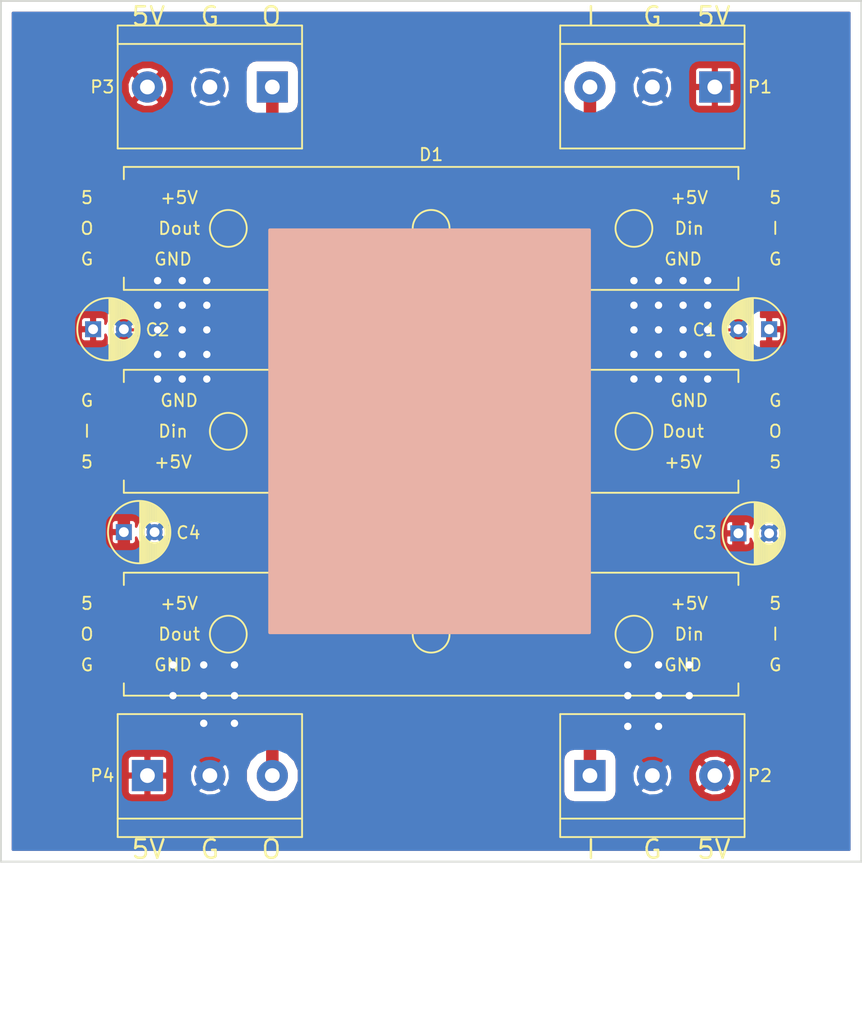
<source format=kicad_pcb>
(kicad_pcb (version 4) (host pcbnew 4.0.5)

  (general
    (links 32)
    (no_connects 0)
    (area 142.324999 62.224999 212.475001 132.375001)
    (thickness 1.6)
    (drawings 16)
    (tracks 141)
    (zones 0)
    (modules 15)
    (nets 7)
  )

  (page A4)
  (layers
    (0 F.Cu signal)
    (31 B.Cu signal)
    (32 B.Adhes user)
    (33 F.Adhes user)
    (34 B.Paste user)
    (35 F.Paste user)
    (36 B.SilkS user hide)
    (37 F.SilkS user)
    (38 B.Mask user)
    (39 F.Mask user)
    (40 Dwgs.User user)
    (41 Cmts.User user)
    (42 Eco1.User user)
    (43 Eco2.User user)
    (44 Edge.Cuts user)
    (45 Margin user)
    (46 B.CrtYd user)
    (47 F.CrtYd user)
    (48 B.Fab user)
    (49 F.Fab user hide)
  )

  (setup
    (last_trace_width 0.508)
    (user_trace_width 0.254)
    (user_trace_width 0.508)
    (user_trace_width 1.016)
    (user_trace_width 2.032)
    (user_trace_width 2.54)
    (trace_clearance 0.2)
    (zone_clearance 0.4)
    (zone_45_only no)
    (trace_min 0.2)
    (segment_width 0.2)
    (edge_width 0.15)
    (via_size 0.6)
    (via_drill 0.4)
    (via_min_size 0.4)
    (via_min_drill 0.3)
    (user_via 0.8 0.4)
    (user_via 1.2 0.6)
    (uvia_size 0.3)
    (uvia_drill 0.1)
    (uvias_allowed no)
    (uvia_min_size 0.2)
    (uvia_min_drill 0.1)
    (pcb_text_width 0.3)
    (pcb_text_size 1.5 1.5)
    (mod_edge_width 0.15)
    (mod_text_size 1 1)
    (mod_text_width 0.15)
    (pad_size 4 1.524)
    (pad_drill 0)
    (pad_to_mask_clearance 0.2)
    (aux_axis_origin 142.4 132.3)
    (grid_origin 177.4 97.3)
    (visible_elements 7FFEFFFF)
    (pcbplotparams
      (layerselection 0x00030_80000001)
      (usegerberextensions false)
      (excludeedgelayer true)
      (linewidth 0.150000)
      (plotframeref false)
      (viasonmask false)
      (mode 1)
      (useauxorigin false)
      (hpglpennumber 1)
      (hpglpenspeed 20)
      (hpglpendiameter 15)
      (hpglpenoverlay 2)
      (psnegative false)
      (psa4output false)
      (plotreference true)
      (plotvalue true)
      (plotinvisibletext false)
      (padsonsilk false)
      (subtractmaskfromsilk false)
      (outputformat 1)
      (mirror false)
      (drillshape 1)
      (scaleselection 1)
      (outputdirectory ""))
  )

  (net 0 "")
  (net 1 +5V)
  (net 2 GND)
  (net 3 "Net-(D1-Pad2)")
  (net 4 "Net-(D1-Pad5)")
  (net 5 "Net-(D2-Pad5)")
  (net 6 "Net-(D3-Pad5)")

  (net_class Default "This is the default net class."
    (clearance 0.2)
    (trace_width 0.25)
    (via_dia 0.6)
    (via_drill 0.4)
    (uvia_dia 0.3)
    (uvia_drill 0.1)
    (add_net +5V)
    (add_net GND)
    (add_net "Net-(D1-Pad2)")
    (add_net "Net-(D1-Pad5)")
    (add_net "Net-(D2-Pad5)")
    (add_net "Net-(D3-Pad5)")
  )

  (module Connectors:bornier3 (layer F.Cu) (tedit 5912E7D3) (tstamp 5913E812)
    (at 159.4 125.3)
    (descr "Bornier d'alimentation 3 pins")
    (tags DEV)
    (path /5912CCA6)
    (fp_text reference P4 (at -8.75 0) (layer F.SilkS)
      (effects (font (size 1 1) (thickness 0.15)))
    )
    (fp_text value CONN_01X03 (at 0 6) (layer F.Fab)
      (effects (font (size 1 1) (thickness 0.15)))
    )
    (fp_line (start -7.5 3.5) (end 7.5 3.5) (layer F.SilkS) (width 0.15))
    (fp_line (start -7.5 -5) (end 7.5 -5) (layer F.SilkS) (width 0.15))
    (fp_line (start 7.5 -5) (end 7.5 5) (layer F.SilkS) (width 0.15))
    (fp_line (start 7.5 5) (end -7.5 5) (layer F.SilkS) (width 0.15))
    (fp_line (start -7.5 5) (end -7.5 -5) (layer F.SilkS) (width 0.15))
    (pad 1 thru_hole rect (at -5.08 0) (size 2.54 2.54) (drill 1.2) (layers *.Cu *.Mask)
      (net 1 +5V))
    (pad 2 thru_hole circle (at 0 0) (size 2.54 2.54) (drill 1.2) (layers *.Cu *.Mask)
      (net 2 GND))
    (pad 3 thru_hole circle (at 5.08 0) (size 2.54 2.54) (drill 1.2) (layers *.Cu *.Mask)
      (net 6 "Net-(D3-Pad5)"))
    (model Connect.3dshapes/bornier3.wrl
      (at (xyz 0 0 0))
      (scale (xyz 1 1 1))
      (rotate (xyz 0 0 0))
    )
  )

  (module Connectors:bornier3 (layer F.Cu) (tedit 5912E512) (tstamp 5913E7FA)
    (at 195.4 125.3)
    (descr "Bornier d'alimentation 3 pins")
    (tags DEV)
    (path /5912CE74)
    (fp_text reference P2 (at 8.75 0) (layer F.SilkS)
      (effects (font (size 1 1) (thickness 0.15)))
    )
    (fp_text value CONN_01X03 (at 0 6) (layer F.Fab)
      (effects (font (size 1 1) (thickness 0.15)))
    )
    (fp_line (start -7.5 3.5) (end 7.5 3.5) (layer F.SilkS) (width 0.15))
    (fp_line (start -7.5 -5) (end 7.5 -5) (layer F.SilkS) (width 0.15))
    (fp_line (start 7.5 -5) (end 7.5 5) (layer F.SilkS) (width 0.15))
    (fp_line (start 7.5 5) (end -7.5 5) (layer F.SilkS) (width 0.15))
    (fp_line (start -7.5 5) (end -7.5 -5) (layer F.SilkS) (width 0.15))
    (pad 1 thru_hole rect (at -5.08 0) (size 2.54 2.54) (drill 1.2) (layers *.Cu *.Mask)
      (net 3 "Net-(D1-Pad2)"))
    (pad 2 thru_hole circle (at 0 0) (size 2.54 2.54) (drill 1.2) (layers *.Cu *.Mask)
      (net 2 GND))
    (pad 3 thru_hole circle (at 5.08 0) (size 2.54 2.54) (drill 1.2) (layers *.Cu *.Mask)
      (net 1 +5V))
    (model Connect.3dshapes/bornier3.wrl
      (at (xyz 0 0 0))
      (scale (xyz 1 1 1))
      (rotate (xyz 0 0 0))
    )
  )

  (module Connectors:bornier3 (layer F.Cu) (tedit 5912E50C) (tstamp 5913E806)
    (at 159.4 69.3 180)
    (descr "Bornier d'alimentation 3 pins")
    (tags DEV)
    (path /5912CB77)
    (fp_text reference P3 (at 8.75 0 180) (layer F.SilkS)
      (effects (font (size 1 1) (thickness 0.15)))
    )
    (fp_text value CONN_01X03 (at 0 6 180) (layer F.Fab)
      (effects (font (size 1 1) (thickness 0.15)))
    )
    (fp_line (start -7.5 3.5) (end 7.5 3.5) (layer F.SilkS) (width 0.15))
    (fp_line (start 7.5 -5) (end -7.5 -5) (layer F.SilkS) (width 0.15))
    (fp_line (start -7.5 -5) (end -7.5 5) (layer F.SilkS) (width 0.15))
    (fp_line (start -7.5 5) (end 7.5 5) (layer F.SilkS) (width 0.15))
    (fp_line (start 7.5 5) (end 7.5 -5) (layer F.SilkS) (width 0.15))
    (pad 1 thru_hole rect (at -5.08 0 180) (size 2.54 2.54) (drill 1.2) (layers *.Cu *.Mask)
      (net 6 "Net-(D3-Pad5)"))
    (pad 2 thru_hole circle (at 0 0 180) (size 2.54 2.54) (drill 1.2) (layers *.Cu *.Mask)
      (net 2 GND))
    (pad 3 thru_hole circle (at 5.08 0 180) (size 2.54 2.54) (drill 1.2) (layers *.Cu *.Mask)
      (net 1 +5V))
    (model Connect.3dshapes/bornier3.wrl
      (at (xyz 0 0 0))
      (scale (xyz 1 1 1))
      (rotate (xyz 0 0 0))
    )
  )

  (module Connectors:bornier3 (layer F.Cu) (tedit 5912E50F) (tstamp 5913E7EE)
    (at 195.4 69.3 180)
    (descr "Bornier d'alimentation 3 pins")
    (tags DEV)
    (path /5912CE1C)
    (fp_text reference P1 (at -8.75 0 180) (layer F.SilkS)
      (effects (font (size 1 1) (thickness 0.15)))
    )
    (fp_text value CONN_01X03 (at 0 6 180) (layer F.Fab)
      (effects (font (size 1 1) (thickness 0.15)))
    )
    (fp_line (start -7.5 3.5) (end 7.5 3.5) (layer F.SilkS) (width 0.15))
    (fp_line (start -7.5 -5) (end 7.5 -5) (layer F.SilkS) (width 0.15))
    (fp_line (start 7.5 -5) (end 7.5 5) (layer F.SilkS) (width 0.15))
    (fp_line (start 7.5 5) (end -7.5 5) (layer F.SilkS) (width 0.15))
    (fp_line (start -7.5 5) (end -7.5 -5) (layer F.SilkS) (width 0.15))
    (pad 1 thru_hole rect (at -5.08 0 180) (size 2.54 2.54) (drill 1.2) (layers *.Cu *.Mask)
      (net 1 +5V))
    (pad 2 thru_hole circle (at 0 0 180) (size 2.54 2.54) (drill 1.2) (layers *.Cu *.Mask)
      (net 2 GND))
    (pad 3 thru_hole circle (at 5.08 0 180) (size 2.54 2.54) (drill 1.2) (layers *.Cu *.Mask)
      (net 3 "Net-(D1-Pad2)"))
    (model Connect.3dshapes/bornier3.wrl
      (at (xyz 0 0 0))
      (scale (xyz 1 1 1))
      (rotate (xyz 0 0 0))
    )
  )

  (module Capacitors_THT:C_Radial_D5_L6_P2.5 (layer F.Cu) (tedit 5912E526) (tstamp 5913F9A7)
    (at 152.4 105.5)
    (descr "Radial Electrolytic Capacitor Diameter 5mm x Length 6mm, Pitch 2.5mm")
    (tags "Electrolytic Capacitor")
    (path /59132E7D)
    (fp_text reference C4 (at 5.25 0.05) (layer F.SilkS)
      (effects (font (size 1 1) (thickness 0.15)))
    )
    (fp_text value 10u (at 1.25 3.8) (layer F.Fab)
      (effects (font (size 1 1) (thickness 0.15)))
    )
    (fp_line (start 1.325 -2.499) (end 1.325 2.499) (layer F.SilkS) (width 0.15))
    (fp_line (start 1.465 -2.491) (end 1.465 2.491) (layer F.SilkS) (width 0.15))
    (fp_line (start 1.605 -2.475) (end 1.605 -0.095) (layer F.SilkS) (width 0.15))
    (fp_line (start 1.605 0.095) (end 1.605 2.475) (layer F.SilkS) (width 0.15))
    (fp_line (start 1.745 -2.451) (end 1.745 -0.49) (layer F.SilkS) (width 0.15))
    (fp_line (start 1.745 0.49) (end 1.745 2.451) (layer F.SilkS) (width 0.15))
    (fp_line (start 1.885 -2.418) (end 1.885 -0.657) (layer F.SilkS) (width 0.15))
    (fp_line (start 1.885 0.657) (end 1.885 2.418) (layer F.SilkS) (width 0.15))
    (fp_line (start 2.025 -2.377) (end 2.025 -0.764) (layer F.SilkS) (width 0.15))
    (fp_line (start 2.025 0.764) (end 2.025 2.377) (layer F.SilkS) (width 0.15))
    (fp_line (start 2.165 -2.327) (end 2.165 -0.835) (layer F.SilkS) (width 0.15))
    (fp_line (start 2.165 0.835) (end 2.165 2.327) (layer F.SilkS) (width 0.15))
    (fp_line (start 2.305 -2.266) (end 2.305 -0.879) (layer F.SilkS) (width 0.15))
    (fp_line (start 2.305 0.879) (end 2.305 2.266) (layer F.SilkS) (width 0.15))
    (fp_line (start 2.445 -2.196) (end 2.445 -0.898) (layer F.SilkS) (width 0.15))
    (fp_line (start 2.445 0.898) (end 2.445 2.196) (layer F.SilkS) (width 0.15))
    (fp_line (start 2.585 -2.114) (end 2.585 -0.896) (layer F.SilkS) (width 0.15))
    (fp_line (start 2.585 0.896) (end 2.585 2.114) (layer F.SilkS) (width 0.15))
    (fp_line (start 2.725 -2.019) (end 2.725 -0.871) (layer F.SilkS) (width 0.15))
    (fp_line (start 2.725 0.871) (end 2.725 2.019) (layer F.SilkS) (width 0.15))
    (fp_line (start 2.865 -1.908) (end 2.865 -0.823) (layer F.SilkS) (width 0.15))
    (fp_line (start 2.865 0.823) (end 2.865 1.908) (layer F.SilkS) (width 0.15))
    (fp_line (start 3.005 -1.78) (end 3.005 -0.745) (layer F.SilkS) (width 0.15))
    (fp_line (start 3.005 0.745) (end 3.005 1.78) (layer F.SilkS) (width 0.15))
    (fp_line (start 3.145 -1.631) (end 3.145 -0.628) (layer F.SilkS) (width 0.15))
    (fp_line (start 3.145 0.628) (end 3.145 1.631) (layer F.SilkS) (width 0.15))
    (fp_line (start 3.285 -1.452) (end 3.285 -0.44) (layer F.SilkS) (width 0.15))
    (fp_line (start 3.285 0.44) (end 3.285 1.452) (layer F.SilkS) (width 0.15))
    (fp_line (start 3.425 -1.233) (end 3.425 1.233) (layer F.SilkS) (width 0.15))
    (fp_line (start 3.565 -0.944) (end 3.565 0.944) (layer F.SilkS) (width 0.15))
    (fp_line (start 3.705 -0.472) (end 3.705 0.472) (layer F.SilkS) (width 0.15))
    (fp_circle (center 2.5 0) (end 2.5 -0.9) (layer F.SilkS) (width 0.15))
    (fp_circle (center 1.25 0) (end 1.25 -2.5375) (layer F.SilkS) (width 0.15))
    (fp_circle (center 1.25 0) (end 1.25 -2.8) (layer F.CrtYd) (width 0.05))
    (pad 1 thru_hole rect (at 0 0) (size 1.3 1.3) (drill 0.8) (layers *.Cu *.Mask)
      (net 1 +5V))
    (pad 2 thru_hole circle (at 2.5 0) (size 1.3 1.3) (drill 0.8) (layers *.Cu *.Mask)
      (net 2 GND))
    (model Capacitors_ThroughHole.3dshapes/C_Radial_D5_L6_P2.5.wrl
      (at (xyz 0.0492126 0 0))
      (scale (xyz 1 1 1))
      (rotate (xyz 0 0 90))
    )
  )

  (module Neowall:Neopixelx3 (layer F.Cu) (tedit 5912E4D3) (tstamp 5913EAC8)
    (at 152.4 97.3)
    (path /5912CAFF)
    (fp_text reference D2 (at 25 -6) (layer F.SilkS)
      (effects (font (size 1 1) (thickness 0.15)))
    )
    (fp_text value Neopixelx3 (at 26 -6) (layer F.Fab)
      (effects (font (size 1 1) (thickness 0.15)))
    )
    (fp_circle (center 8.5 0) (end 8.5 -1.5) (layer F.SilkS) (width 0.15))
    (fp_circle (center 41.5 0) (end 41.5 -1.5) (layer F.SilkS) (width 0.15))
    (fp_circle (center 25 0) (end 25 -1.5) (layer F.SilkS) (width 0.15))
    (fp_text user 5 (at 53 2.5) (layer F.SilkS)
      (effects (font (size 1 1) (thickness 0.15)))
    )
    (fp_text user O (at 53 0) (layer F.SilkS)
      (effects (font (size 1 1) (thickness 0.15)))
    )
    (fp_text user G (at 53 -2.5) (layer F.SilkS)
      (effects (font (size 1 1) (thickness 0.15)))
    )
    (fp_text user 5 (at -3 2.5) (layer F.SilkS)
      (effects (font (size 1 1) (thickness 0.15)))
    )
    (fp_text user I (at -3 0) (layer F.SilkS)
      (effects (font (size 1 1) (thickness 0.15)))
    )
    (fp_text user G (at -3 -2.5) (layer F.SilkS)
      (effects (font (size 1 1) (thickness 0.15)))
    )
    (fp_text user Dout (at 45.5 0) (layer F.SilkS)
      (effects (font (size 1 1) (thickness 0.15)))
    )
    (fp_text user Din (at 4 0) (layer F.SilkS)
      (effects (font (size 1 1) (thickness 0.15)))
    )
    (fp_text user +5V (at 45.5 2.5) (layer F.SilkS)
      (effects (font (size 1 1) (thickness 0.15)))
    )
    (fp_text user +5V (at 4 2.5) (layer F.SilkS)
      (effects (font (size 1 1) (thickness 0.15)))
    )
    (fp_text user GND (at 46 -2.5) (layer F.SilkS)
      (effects (font (size 1 1) (thickness 0.15)))
    )
    (fp_text user GND (at 4.5 -2.5) (layer F.SilkS)
      (effects (font (size 1 1) (thickness 0.15)))
    )
    (fp_line (start 50 4) (end 50 5) (layer F.SilkS) (width 0.15))
    (fp_line (start 50 5) (end 0 5) (layer F.SilkS) (width 0.15))
    (fp_line (start 0 5) (end 0 4) (layer F.SilkS) (width 0.15))
    (fp_line (start 50 -5) (end 50 -4) (layer F.SilkS) (width 0.15))
    (fp_line (start 0 -4) (end 0 -5) (layer F.SilkS) (width 0.15))
    (fp_line (start 0 -5) (end 50 -5) (layer F.SilkS) (width 0.15))
    (pad 1 smd rect (at 0 -2.54) (size 4 1.524) (layers F.Cu F.Paste F.Mask)
      (net 2 GND))
    (pad 2 smd rect (at 0 0) (size 4 1.524) (layers F.Cu F.Paste F.Mask)
      (net 4 "Net-(D1-Pad5)"))
    (pad 3 smd rect (at 0 2.54) (size 4 1.524) (layers F.Cu F.Paste F.Mask)
      (net 1 +5V) (thermal_width 0.5) (thermal_gap 0.8))
    (pad 4 smd rect (at 50 2.54) (size 4 1.524) (layers F.Cu F.Paste F.Mask)
      (net 1 +5V) (thermal_gap 0.8))
    (pad 5 smd rect (at 50 0) (size 4 1.524) (layers F.Cu F.Paste F.Mask)
      (net 5 "Net-(D2-Pad5)"))
    (pad 6 smd rect (at 50 -2.54) (size 4 1.524) (layers F.Cu F.Paste F.Mask)
      (net 2 GND))
  )

  (module Neowall:Neopixelx3 (layer F.Cu) (tedit 5912E4D9) (tstamp 5913EAE7)
    (at 202.4 113.8 180)
    (path /5912CB36)
    (fp_text reference D3 (at 25 6 180) (layer F.SilkS)
      (effects (font (size 1 1) (thickness 0.15)))
    )
    (fp_text value Neopixelx3 (at 26 -6 180) (layer F.Fab)
      (effects (font (size 1 1) (thickness 0.15)))
    )
    (fp_circle (center 8.5 0) (end 8.5 -1.5) (layer F.SilkS) (width 0.15))
    (fp_circle (center 41.5 0) (end 41.5 -1.5) (layer F.SilkS) (width 0.15))
    (fp_circle (center 25 0) (end 25 -1.5) (layer F.SilkS) (width 0.15))
    (fp_text user 5 (at 53 2.5 180) (layer F.SilkS)
      (effects (font (size 1 1) (thickness 0.15)))
    )
    (fp_text user O (at 53 0 180) (layer F.SilkS)
      (effects (font (size 1 1) (thickness 0.15)))
    )
    (fp_text user G (at 53 -2.5 180) (layer F.SilkS)
      (effects (font (size 1 1) (thickness 0.15)))
    )
    (fp_text user 5 (at -3 2.5 180) (layer F.SilkS)
      (effects (font (size 1 1) (thickness 0.15)))
    )
    (fp_text user I (at -3 0 180) (layer F.SilkS)
      (effects (font (size 1 1) (thickness 0.15)))
    )
    (fp_text user G (at -3 -2.5 180) (layer F.SilkS)
      (effects (font (size 1 1) (thickness 0.15)))
    )
    (fp_text user Dout (at 45.5 0 180) (layer F.SilkS)
      (effects (font (size 1 1) (thickness 0.15)))
    )
    (fp_text user Din (at 4 0 180) (layer F.SilkS)
      (effects (font (size 1 1) (thickness 0.15)))
    )
    (fp_text user +5V (at 45.5 2.5 180) (layer F.SilkS)
      (effects (font (size 1 1) (thickness 0.15)))
    )
    (fp_text user +5V (at 4 2.5 180) (layer F.SilkS)
      (effects (font (size 1 1) (thickness 0.15)))
    )
    (fp_text user GND (at 46 -2.5 180) (layer F.SilkS)
      (effects (font (size 1 1) (thickness 0.15)))
    )
    (fp_text user GND (at 4.5 -2.5 180) (layer F.SilkS)
      (effects (font (size 1 1) (thickness 0.15)))
    )
    (fp_line (start 50 4) (end 50 5) (layer F.SilkS) (width 0.15))
    (fp_line (start 50 5) (end 0 5) (layer F.SilkS) (width 0.15))
    (fp_line (start 0 5) (end 0 4) (layer F.SilkS) (width 0.15))
    (fp_line (start 50 -5) (end 50 -4) (layer F.SilkS) (width 0.15))
    (fp_line (start 0 -4) (end 0 -5) (layer F.SilkS) (width 0.15))
    (fp_line (start 0 -5) (end 50 -5) (layer F.SilkS) (width 0.15))
    (pad 1 smd rect (at 0 -2.54 180) (size 4 1.524) (layers F.Cu F.Paste F.Mask)
      (net 2 GND))
    (pad 2 smd rect (at 0 0 180) (size 4 1.524) (layers F.Cu F.Paste F.Mask)
      (net 5 "Net-(D2-Pad5)"))
    (pad 3 smd rect (at 0 2.54 180) (size 4 1.524) (layers F.Cu F.Paste F.Mask)
      (net 1 +5V) (thermal_width 0.5) (thermal_gap 0.8))
    (pad 4 smd rect (at 50 2.54 180) (size 4 1.524) (layers F.Cu F.Paste F.Mask)
      (net 1 +5V) (thermal_width 0.5) (thermal_gap 0.8))
    (pad 5 smd rect (at 50 0 180) (size 4 1.524) (layers F.Cu F.Paste F.Mask)
      (net 6 "Net-(D3-Pad5)"))
    (pad 6 smd rect (at 50 -2.54 180) (size 4 1.524) (layers F.Cu F.Paste F.Mask)
      (net 2 GND))
  )

  (module Capacitors_THT:C_Radial_D5_L6_P2.5 (layer F.Cu) (tedit 5912E51E) (tstamp 5913F69B)
    (at 204.9 89 180)
    (descr "Radial Electrolytic Capacitor Diameter 5mm x Length 6mm, Pitch 2.5mm")
    (tags "Electrolytic Capacitor")
    (path /5912D9B2)
    (fp_text reference C1 (at 5.25 -0.05 180) (layer F.SilkS)
      (effects (font (size 1 1) (thickness 0.15)))
    )
    (fp_text value 10u (at 1.25 3.8 180) (layer F.Fab)
      (effects (font (size 1 1) (thickness 0.15)))
    )
    (fp_line (start 1.325 -2.499) (end 1.325 2.499) (layer F.SilkS) (width 0.15))
    (fp_line (start 1.465 -2.491) (end 1.465 2.491) (layer F.SilkS) (width 0.15))
    (fp_line (start 1.605 -2.475) (end 1.605 -0.095) (layer F.SilkS) (width 0.15))
    (fp_line (start 1.605 0.095) (end 1.605 2.475) (layer F.SilkS) (width 0.15))
    (fp_line (start 1.745 -2.451) (end 1.745 -0.49) (layer F.SilkS) (width 0.15))
    (fp_line (start 1.745 0.49) (end 1.745 2.451) (layer F.SilkS) (width 0.15))
    (fp_line (start 1.885 -2.418) (end 1.885 -0.657) (layer F.SilkS) (width 0.15))
    (fp_line (start 1.885 0.657) (end 1.885 2.418) (layer F.SilkS) (width 0.15))
    (fp_line (start 2.025 -2.377) (end 2.025 -0.764) (layer F.SilkS) (width 0.15))
    (fp_line (start 2.025 0.764) (end 2.025 2.377) (layer F.SilkS) (width 0.15))
    (fp_line (start 2.165 -2.327) (end 2.165 -0.835) (layer F.SilkS) (width 0.15))
    (fp_line (start 2.165 0.835) (end 2.165 2.327) (layer F.SilkS) (width 0.15))
    (fp_line (start 2.305 -2.266) (end 2.305 -0.879) (layer F.SilkS) (width 0.15))
    (fp_line (start 2.305 0.879) (end 2.305 2.266) (layer F.SilkS) (width 0.15))
    (fp_line (start 2.445 -2.196) (end 2.445 -0.898) (layer F.SilkS) (width 0.15))
    (fp_line (start 2.445 0.898) (end 2.445 2.196) (layer F.SilkS) (width 0.15))
    (fp_line (start 2.585 -2.114) (end 2.585 -0.896) (layer F.SilkS) (width 0.15))
    (fp_line (start 2.585 0.896) (end 2.585 2.114) (layer F.SilkS) (width 0.15))
    (fp_line (start 2.725 -2.019) (end 2.725 -0.871) (layer F.SilkS) (width 0.15))
    (fp_line (start 2.725 0.871) (end 2.725 2.019) (layer F.SilkS) (width 0.15))
    (fp_line (start 2.865 -1.908) (end 2.865 -0.823) (layer F.SilkS) (width 0.15))
    (fp_line (start 2.865 0.823) (end 2.865 1.908) (layer F.SilkS) (width 0.15))
    (fp_line (start 3.005 -1.78) (end 3.005 -0.745) (layer F.SilkS) (width 0.15))
    (fp_line (start 3.005 0.745) (end 3.005 1.78) (layer F.SilkS) (width 0.15))
    (fp_line (start 3.145 -1.631) (end 3.145 -0.628) (layer F.SilkS) (width 0.15))
    (fp_line (start 3.145 0.628) (end 3.145 1.631) (layer F.SilkS) (width 0.15))
    (fp_line (start 3.285 -1.452) (end 3.285 -0.44) (layer F.SilkS) (width 0.15))
    (fp_line (start 3.285 0.44) (end 3.285 1.452) (layer F.SilkS) (width 0.15))
    (fp_line (start 3.425 -1.233) (end 3.425 1.233) (layer F.SilkS) (width 0.15))
    (fp_line (start 3.565 -0.944) (end 3.565 0.944) (layer F.SilkS) (width 0.15))
    (fp_line (start 3.705 -0.472) (end 3.705 0.472) (layer F.SilkS) (width 0.15))
    (fp_circle (center 2.5 0) (end 2.5 -0.9) (layer F.SilkS) (width 0.15))
    (fp_circle (center 1.25 0) (end 1.25 -2.5375) (layer F.SilkS) (width 0.15))
    (fp_circle (center 1.25 0) (end 1.25 -2.8) (layer F.CrtYd) (width 0.05))
    (pad 1 thru_hole rect (at 0 0 180) (size 1.3 1.3) (drill 0.8) (layers *.Cu *.Mask)
      (net 1 +5V))
    (pad 2 thru_hole circle (at 2.5 0 180) (size 1.3 1.3) (drill 0.8) (layers *.Cu *.Mask)
      (net 2 GND))
    (model Capacitors_ThroughHole.3dshapes/C_Radial_D5_L6_P2.5.wrl
      (at (xyz 0.0492126 0 0))
      (scale (xyz 1 1 1))
      (rotate (xyz 0 0 90))
    )
  )

  (module Neowall:Neopixelx3 (layer F.Cu) (tedit 5912E4CF) (tstamp 5913F6C2)
    (at 202.4 80.8 180)
    (path /5912CA4B)
    (fp_text reference D1 (at 25 6 180) (layer F.SilkS)
      (effects (font (size 1 1) (thickness 0.15)))
    )
    (fp_text value Neopixelx3 (at 26 -6 180) (layer F.Fab)
      (effects (font (size 1 1) (thickness 0.15)))
    )
    (fp_circle (center 8.5 0) (end 8.5 -1.5) (layer F.SilkS) (width 0.15))
    (fp_circle (center 41.5 0) (end 41.5 -1.5) (layer F.SilkS) (width 0.15))
    (fp_circle (center 25 0) (end 25 -1.5) (layer F.SilkS) (width 0.15))
    (fp_text user 5 (at 53 2.5 180) (layer F.SilkS)
      (effects (font (size 1 1) (thickness 0.15)))
    )
    (fp_text user O (at 53 0 180) (layer F.SilkS)
      (effects (font (size 1 1) (thickness 0.15)))
    )
    (fp_text user G (at 53 -2.5 180) (layer F.SilkS)
      (effects (font (size 1 1) (thickness 0.15)))
    )
    (fp_text user 5 (at -3 2.5 180) (layer F.SilkS)
      (effects (font (size 1 1) (thickness 0.15)))
    )
    (fp_text user I (at -3 0 180) (layer F.SilkS)
      (effects (font (size 1 1) (thickness 0.15)))
    )
    (fp_text user G (at -3 -2.5 180) (layer F.SilkS)
      (effects (font (size 1 1) (thickness 0.15)))
    )
    (fp_text user Dout (at 45.5 0 180) (layer F.SilkS)
      (effects (font (size 1 1) (thickness 0.15)))
    )
    (fp_text user Din (at 4 0 180) (layer F.SilkS)
      (effects (font (size 1 1) (thickness 0.15)))
    )
    (fp_text user +5V (at 45.5 2.5 180) (layer F.SilkS)
      (effects (font (size 1 1) (thickness 0.15)))
    )
    (fp_text user +5V (at 4 2.5 180) (layer F.SilkS)
      (effects (font (size 1 1) (thickness 0.15)))
    )
    (fp_text user GND (at 46 -2.5 180) (layer F.SilkS)
      (effects (font (size 1 1) (thickness 0.15)))
    )
    (fp_text user GND (at 4.5 -2.5 180) (layer F.SilkS)
      (effects (font (size 1 1) (thickness 0.15)))
    )
    (fp_line (start 50 4) (end 50 5) (layer F.SilkS) (width 0.15))
    (fp_line (start 50 5) (end 0 5) (layer F.SilkS) (width 0.15))
    (fp_line (start 0 5) (end 0 4) (layer F.SilkS) (width 0.15))
    (fp_line (start 50 -5) (end 50 -4) (layer F.SilkS) (width 0.15))
    (fp_line (start 0 -4) (end 0 -5) (layer F.SilkS) (width 0.15))
    (fp_line (start 0 -5) (end 50 -5) (layer F.SilkS) (width 0.15))
    (pad 1 smd rect (at 0 -2.54 180) (size 4 1.524) (layers F.Cu F.Paste F.Mask)
      (net 2 GND))
    (pad 2 smd rect (at 0 0 180) (size 4 1.524) (layers F.Cu F.Paste F.Mask)
      (net 3 "Net-(D1-Pad2)"))
    (pad 3 smd rect (at 0 2.54 180) (size 4 1.524) (layers F.Cu F.Paste F.Mask)
      (net 1 +5V) (thermal_width 0.5) (thermal_gap 0.8))
    (pad 4 smd rect (at 50 2.54 180) (size 4 1.524) (layers F.Cu F.Paste F.Mask)
      (net 1 +5V) (thermal_width 0.5) (thermal_gap 0.8))
    (pad 5 smd rect (at 50 0 180) (size 4 1.524) (layers F.Cu F.Paste F.Mask)
      (net 4 "Net-(D1-Pad5)"))
    (pad 6 smd rect (at 50 -2.54 180) (size 4 1.524) (layers F.Cu F.Paste F.Mask)
      (net 2 GND))
  )

  (module Capacitors_THT:C_Radial_D5_L6_P2.5 (layer F.Cu) (tedit 5912E518) (tstamp 5913F957)
    (at 149.9 89)
    (descr "Radial Electrolytic Capacitor Diameter 5mm x Length 6mm, Pitch 2.5mm")
    (tags "Electrolytic Capacitor")
    (path /59132E18)
    (fp_text reference C2 (at 5.25 0.05) (layer F.SilkS)
      (effects (font (size 1 1) (thickness 0.15)))
    )
    (fp_text value 10u (at 1.25 3.8) (layer F.Fab)
      (effects (font (size 1 1) (thickness 0.15)))
    )
    (fp_line (start 1.325 -2.499) (end 1.325 2.499) (layer F.SilkS) (width 0.15))
    (fp_line (start 1.465 -2.491) (end 1.465 2.491) (layer F.SilkS) (width 0.15))
    (fp_line (start 1.605 -2.475) (end 1.605 -0.095) (layer F.SilkS) (width 0.15))
    (fp_line (start 1.605 0.095) (end 1.605 2.475) (layer F.SilkS) (width 0.15))
    (fp_line (start 1.745 -2.451) (end 1.745 -0.49) (layer F.SilkS) (width 0.15))
    (fp_line (start 1.745 0.49) (end 1.745 2.451) (layer F.SilkS) (width 0.15))
    (fp_line (start 1.885 -2.418) (end 1.885 -0.657) (layer F.SilkS) (width 0.15))
    (fp_line (start 1.885 0.657) (end 1.885 2.418) (layer F.SilkS) (width 0.15))
    (fp_line (start 2.025 -2.377) (end 2.025 -0.764) (layer F.SilkS) (width 0.15))
    (fp_line (start 2.025 0.764) (end 2.025 2.377) (layer F.SilkS) (width 0.15))
    (fp_line (start 2.165 -2.327) (end 2.165 -0.835) (layer F.SilkS) (width 0.15))
    (fp_line (start 2.165 0.835) (end 2.165 2.327) (layer F.SilkS) (width 0.15))
    (fp_line (start 2.305 -2.266) (end 2.305 -0.879) (layer F.SilkS) (width 0.15))
    (fp_line (start 2.305 0.879) (end 2.305 2.266) (layer F.SilkS) (width 0.15))
    (fp_line (start 2.445 -2.196) (end 2.445 -0.898) (layer F.SilkS) (width 0.15))
    (fp_line (start 2.445 0.898) (end 2.445 2.196) (layer F.SilkS) (width 0.15))
    (fp_line (start 2.585 -2.114) (end 2.585 -0.896) (layer F.SilkS) (width 0.15))
    (fp_line (start 2.585 0.896) (end 2.585 2.114) (layer F.SilkS) (width 0.15))
    (fp_line (start 2.725 -2.019) (end 2.725 -0.871) (layer F.SilkS) (width 0.15))
    (fp_line (start 2.725 0.871) (end 2.725 2.019) (layer F.SilkS) (width 0.15))
    (fp_line (start 2.865 -1.908) (end 2.865 -0.823) (layer F.SilkS) (width 0.15))
    (fp_line (start 2.865 0.823) (end 2.865 1.908) (layer F.SilkS) (width 0.15))
    (fp_line (start 3.005 -1.78) (end 3.005 -0.745) (layer F.SilkS) (width 0.15))
    (fp_line (start 3.005 0.745) (end 3.005 1.78) (layer F.SilkS) (width 0.15))
    (fp_line (start 3.145 -1.631) (end 3.145 -0.628) (layer F.SilkS) (width 0.15))
    (fp_line (start 3.145 0.628) (end 3.145 1.631) (layer F.SilkS) (width 0.15))
    (fp_line (start 3.285 -1.452) (end 3.285 -0.44) (layer F.SilkS) (width 0.15))
    (fp_line (start 3.285 0.44) (end 3.285 1.452) (layer F.SilkS) (width 0.15))
    (fp_line (start 3.425 -1.233) (end 3.425 1.233) (layer F.SilkS) (width 0.15))
    (fp_line (start 3.565 -0.944) (end 3.565 0.944) (layer F.SilkS) (width 0.15))
    (fp_line (start 3.705 -0.472) (end 3.705 0.472) (layer F.SilkS) (width 0.15))
    (fp_circle (center 2.5 0) (end 2.5 -0.9) (layer F.SilkS) (width 0.15))
    (fp_circle (center 1.25 0) (end 1.25 -2.5375) (layer F.SilkS) (width 0.15))
    (fp_circle (center 1.25 0) (end 1.25 -2.8) (layer F.CrtYd) (width 0.05))
    (pad 1 thru_hole rect (at 0 0) (size 1.3 1.3) (drill 0.8) (layers *.Cu *.Mask)
      (net 1 +5V))
    (pad 2 thru_hole circle (at 2.5 0) (size 1.3 1.3) (drill 0.8) (layers *.Cu *.Mask)
      (net 2 GND))
    (model Capacitors_ThroughHole.3dshapes/C_Radial_D5_L6_P2.5.wrl
      (at (xyz 0.0492126 0 0))
      (scale (xyz 1 1 1))
      (rotate (xyz 0 0 90))
    )
  )

  (module Capacitors_THT:C_Radial_D5_L6_P2.5 (layer F.Cu) (tedit 5912E52D) (tstamp 5913F97F)
    (at 202.4 105.6)
    (descr "Radial Electrolytic Capacitor Diameter 5mm x Length 6mm, Pitch 2.5mm")
    (tags "Electrolytic Capacitor")
    (path /59132E49)
    (fp_text reference C3 (at -2.75 -0.05) (layer F.SilkS)
      (effects (font (size 1 1) (thickness 0.15)))
    )
    (fp_text value 10u (at 1.25 3.8) (layer F.Fab)
      (effects (font (size 1 1) (thickness 0.15)))
    )
    (fp_line (start 1.325 -2.499) (end 1.325 2.499) (layer F.SilkS) (width 0.15))
    (fp_line (start 1.465 -2.491) (end 1.465 2.491) (layer F.SilkS) (width 0.15))
    (fp_line (start 1.605 -2.475) (end 1.605 -0.095) (layer F.SilkS) (width 0.15))
    (fp_line (start 1.605 0.095) (end 1.605 2.475) (layer F.SilkS) (width 0.15))
    (fp_line (start 1.745 -2.451) (end 1.745 -0.49) (layer F.SilkS) (width 0.15))
    (fp_line (start 1.745 0.49) (end 1.745 2.451) (layer F.SilkS) (width 0.15))
    (fp_line (start 1.885 -2.418) (end 1.885 -0.657) (layer F.SilkS) (width 0.15))
    (fp_line (start 1.885 0.657) (end 1.885 2.418) (layer F.SilkS) (width 0.15))
    (fp_line (start 2.025 -2.377) (end 2.025 -0.764) (layer F.SilkS) (width 0.15))
    (fp_line (start 2.025 0.764) (end 2.025 2.377) (layer F.SilkS) (width 0.15))
    (fp_line (start 2.165 -2.327) (end 2.165 -0.835) (layer F.SilkS) (width 0.15))
    (fp_line (start 2.165 0.835) (end 2.165 2.327) (layer F.SilkS) (width 0.15))
    (fp_line (start 2.305 -2.266) (end 2.305 -0.879) (layer F.SilkS) (width 0.15))
    (fp_line (start 2.305 0.879) (end 2.305 2.266) (layer F.SilkS) (width 0.15))
    (fp_line (start 2.445 -2.196) (end 2.445 -0.898) (layer F.SilkS) (width 0.15))
    (fp_line (start 2.445 0.898) (end 2.445 2.196) (layer F.SilkS) (width 0.15))
    (fp_line (start 2.585 -2.114) (end 2.585 -0.896) (layer F.SilkS) (width 0.15))
    (fp_line (start 2.585 0.896) (end 2.585 2.114) (layer F.SilkS) (width 0.15))
    (fp_line (start 2.725 -2.019) (end 2.725 -0.871) (layer F.SilkS) (width 0.15))
    (fp_line (start 2.725 0.871) (end 2.725 2.019) (layer F.SilkS) (width 0.15))
    (fp_line (start 2.865 -1.908) (end 2.865 -0.823) (layer F.SilkS) (width 0.15))
    (fp_line (start 2.865 0.823) (end 2.865 1.908) (layer F.SilkS) (width 0.15))
    (fp_line (start 3.005 -1.78) (end 3.005 -0.745) (layer F.SilkS) (width 0.15))
    (fp_line (start 3.005 0.745) (end 3.005 1.78) (layer F.SilkS) (width 0.15))
    (fp_line (start 3.145 -1.631) (end 3.145 -0.628) (layer F.SilkS) (width 0.15))
    (fp_line (start 3.145 0.628) (end 3.145 1.631) (layer F.SilkS) (width 0.15))
    (fp_line (start 3.285 -1.452) (end 3.285 -0.44) (layer F.SilkS) (width 0.15))
    (fp_line (start 3.285 0.44) (end 3.285 1.452) (layer F.SilkS) (width 0.15))
    (fp_line (start 3.425 -1.233) (end 3.425 1.233) (layer F.SilkS) (width 0.15))
    (fp_line (start 3.565 -0.944) (end 3.565 0.944) (layer F.SilkS) (width 0.15))
    (fp_line (start 3.705 -0.472) (end 3.705 0.472) (layer F.SilkS) (width 0.15))
    (fp_circle (center 2.5 0) (end 2.5 -0.9) (layer F.SilkS) (width 0.15))
    (fp_circle (center 1.25 0) (end 1.25 -2.5375) (layer F.SilkS) (width 0.15))
    (fp_circle (center 1.25 0) (end 1.25 -2.8) (layer F.CrtYd) (width 0.05))
    (pad 1 thru_hole rect (at 0 0) (size 1.3 1.3) (drill 0.8) (layers *.Cu *.Mask)
      (net 1 +5V))
    (pad 2 thru_hole circle (at 2.5 0) (size 1.3 1.3) (drill 0.8) (layers *.Cu *.Mask)
      (net 2 GND))
    (model Capacitors_ThroughHole.3dshapes/C_Radial_D5_L6_P2.5.wrl
      (at (xyz 0.0492126 0 0))
      (scale (xyz 1 1 1))
      (rotate (xyz 0 0 90))
    )
  )

  (module Mounting_Holes:MountingHole_3.2mm_M3 (layer F.Cu) (tedit 5912E7EB) (tstamp 591410A5)
    (at 161.65 142.05)
    (descr "Mounting Hole 3.2mm, no annular, M3")
    (tags "mounting hole 3.2mm no annular m3")
    (path /591341B5)
    (fp_text reference MK1 (at 0 -4.2) (layer F.SilkS) hide
      (effects (font (size 1 1) (thickness 0.15)))
    )
    (fp_text value Mounting_Hole (at 0 4.2) (layer F.Fab)
      (effects (font (size 1 1) (thickness 0.15)))
    )
    (fp_circle (center 0 0) (end 3.2 0) (layer Cmts.User) (width 0.15))
    (fp_circle (center 0 0) (end 3.45 0) (layer F.CrtYd) (width 0.05))
    (pad 1 np_thru_hole circle (at 0 0) (size 3.2 3.2) (drill 3.2) (layers *.Cu *.Mask))
  )

  (module Mounting_Holes:MountingHole_3.2mm_M3 (layer F.Cu) (tedit 5912E7ED) (tstamp 591410AC)
    (at 170.4 141.8)
    (descr "Mounting Hole 3.2mm, no annular, M3")
    (tags "mounting hole 3.2mm no annular m3")
    (path /5913432A)
    (fp_text reference MK2 (at 0 -4.2) (layer F.SilkS) hide
      (effects (font (size 1 1) (thickness 0.15)))
    )
    (fp_text value Mounting_Hole (at 0 4.2) (layer F.Fab)
      (effects (font (size 1 1) (thickness 0.15)))
    )
    (fp_circle (center 0 0) (end 3.2 0) (layer Cmts.User) (width 0.15))
    (fp_circle (center 0 0) (end 3.45 0) (layer F.CrtYd) (width 0.05))
    (pad 1 np_thru_hole circle (at 0 0) (size 3.2 3.2) (drill 3.2) (layers *.Cu *.Mask))
  )

  (module Mounting_Holes:MountingHole_3.2mm_M3 (layer F.Cu) (tedit 5912E7F0) (tstamp 591410B3)
    (at 179.4 141.3)
    (descr "Mounting Hole 3.2mm, no annular, M3")
    (tags "mounting hole 3.2mm no annular m3")
    (path /5913436B)
    (fp_text reference MK3 (at 0 -4.2) (layer F.SilkS) hide
      (effects (font (size 1 1) (thickness 0.15)))
    )
    (fp_text value Mounting_Hole (at 0 4.2) (layer F.Fab)
      (effects (font (size 1 1) (thickness 0.15)))
    )
    (fp_circle (center 0 0) (end 3.2 0) (layer Cmts.User) (width 0.15))
    (fp_circle (center 0 0) (end 3.45 0) (layer F.CrtYd) (width 0.05))
    (pad 1 np_thru_hole circle (at 0 0) (size 3.2 3.2) (drill 3.2) (layers *.Cu *.Mask))
  )

  (module Mounting_Holes:MountingHole_3.2mm_M3 (layer F.Cu) (tedit 5912E7F2) (tstamp 591410BA)
    (at 186.9 142.05)
    (descr "Mounting Hole 3.2mm, no annular, M3")
    (tags "mounting hole 3.2mm no annular m3")
    (path /591343B1)
    (fp_text reference MK4 (at 0 -4.2) (layer F.SilkS) hide
      (effects (font (size 1 1) (thickness 0.15)))
    )
    (fp_text value Mounting_Hole (at 0 4.2) (layer F.Fab)
      (effects (font (size 1 1) (thickness 0.15)))
    )
    (fp_circle (center 0 0) (end 3.2 0) (layer Cmts.User) (width 0.15))
    (fp_circle (center 0 0) (end 3.45 0) (layer F.CrtYd) (width 0.05))
    (pad 1 np_thru_hole circle (at 0 0) (size 3.2 3.2) (drill 3.2) (layers *.Cu *.Mask))
  )

  (gr_text I (at 190.4 63.55) (layer F.SilkS)
    (effects (font (size 1.5 1.5) (thickness 0.2)))
  )
  (gr_text O (at 164.4 63.55) (layer F.SilkS)
    (effects (font (size 1.5 1.5) (thickness 0.2)))
  )
  (gr_text G (at 159.4 63.55) (layer F.SilkS)
    (effects (font (size 1.5 1.5) (thickness 0.2)))
  )
  (gr_text G (at 195.4 63.55) (layer F.SilkS)
    (effects (font (size 1.5 1.5) (thickness 0.2)))
  )
  (gr_text 5V (at 200.4 63.55) (layer F.SilkS)
    (effects (font (size 1.5 1.5) (thickness 0.2)))
  )
  (gr_text 5V (at 154.4 63.55) (layer F.SilkS)
    (effects (font (size 1.5 1.5) (thickness 0.2)))
  )
  (gr_text I (at 190.4 131.3) (layer F.SilkS)
    (effects (font (size 1.5 1.5) (thickness 0.2)))
  )
  (gr_text G (at 195.4 131.3) (layer F.SilkS)
    (effects (font (size 1.5 1.5) (thickness 0.2)))
  )
  (gr_text 5V (at 200.4 131.3) (layer F.SilkS)
    (effects (font (size 1.5 1.5) (thickness 0.2)))
  )
  (gr_text O (at 164.4 131.3) (layer F.SilkS)
    (effects (font (size 1.5 1.5) (thickness 0.2)))
  )
  (gr_text G (at 159.4 131.3) (layer F.SilkS)
    (effects (font (size 1.5 1.5) (thickness 0.2)))
  )
  (gr_text 5V (at 154.4 131.3) (layer F.SilkS)
    (effects (font (size 1.5 1.5) (thickness 0.2)))
  )
  (gr_line (start 142.4 132.3) (end 212.4 132.3) (angle 90) (layer Edge.Cuts) (width 0.15))
  (gr_line (start 142.4 62.3) (end 142.4 132.3) (angle 90) (layer Edge.Cuts) (width 0.15))
  (gr_line (start 212.4 62.3) (end 142.4 62.3) (angle 90) (layer Edge.Cuts) (width 0.15))
  (gr_line (start 212.4 132.3) (end 212.4 62.3) (angle 90) (layer Edge.Cuts) (width 0.15))

  (segment (start 152.4 99.84) (end 152.4 105.5) (width 1.016) (layer F.Cu) (net 1))
  (segment (start 152.4 105.5) (end 152.4 111.26) (width 1.016) (layer F.Cu) (net 1) (tstamp 5913FD02))
  (segment (start 202.4 99.84) (end 202.4 105.6) (width 1.016) (layer F.Cu) (net 1))
  (segment (start 202.4 105.6) (end 202.4 111.26) (width 1.016) (layer F.Cu) (net 1) (tstamp 5913FCFD))
  (via (at 195.9 118.8) (size 1.2) (drill 0.6) (layers F.Cu B.Cu) (net 2))
  (segment (start 195.9 118.8) (end 195.9 121.3) (width 0.508) (layer B.Cu) (net 2) (tstamp 59140471))
  (via (at 195.9 121.3) (size 1.2) (drill 0.6) (layers F.Cu B.Cu) (net 2))
  (segment (start 195.9 121.3) (end 193.4 121.3) (width 0.508) (layer F.Cu) (net 2) (tstamp 59140474))
  (via (at 193.4 121.3) (size 1.2) (drill 0.6) (layers F.Cu B.Cu) (net 2))
  (segment (start 202.4 116.34) (end 202.36 116.3) (width 0.508) (layer F.Cu) (net 2))
  (segment (start 202.36 116.3) (end 198.4 116.3) (width 0.508) (layer F.Cu) (net 2) (tstamp 5914045D))
  (via (at 198.4 116.3) (size 1.2) (drill 0.6) (layers F.Cu B.Cu) (net 2))
  (segment (start 198.4 116.3) (end 195.9 116.3) (width 0.508) (layer B.Cu) (net 2) (tstamp 5914045F))
  (via (at 195.9 116.3) (size 1.2) (drill 0.6) (layers F.Cu B.Cu) (net 2))
  (segment (start 195.9 116.3) (end 193.4 116.3) (width 0.508) (layer F.Cu) (net 2) (tstamp 59140462))
  (via (at 193.4 116.3) (size 1.2) (drill 0.6) (layers F.Cu B.Cu) (net 2))
  (segment (start 193.4 116.3) (end 193.4 118.8) (width 0.508) (layer B.Cu) (net 2) (tstamp 59140465))
  (via (at 193.4 118.8) (size 1.2) (drill 0.6) (layers F.Cu B.Cu) (net 2))
  (segment (start 193.4 118.8) (end 195.9 118.8) (width 0.508) (layer F.Cu) (net 2) (tstamp 59140468))
  (segment (start 195.9 118.8) (end 198.4 118.8) (width 0.508) (layer F.Cu) (net 2) (tstamp 5914046E))
  (via (at 198.4 118.8) (size 1.2) (drill 0.6) (layers F.Cu B.Cu) (net 2))
  (segment (start 161.4 118.8) (end 161.4 121.05) (width 0.25) (layer F.Cu) (net 2))
  (via (at 161.4 121.05) (size 1.2) (drill 0.6) (layers F.Cu B.Cu) (net 2))
  (segment (start 161.4 121.05) (end 158.9 121.05) (width 0.25) (layer B.Cu) (net 2) (tstamp 59140452))
  (via (at 158.9 121.05) (size 1.2) (drill 0.6) (layers F.Cu B.Cu) (net 2))
  (segment (start 158.9 121.05) (end 159.4 121.05) (width 0.25) (layer F.Cu) (net 2) (tstamp 59140456))
  (segment (start 152.4 116.34) (end 152.44 116.3) (width 0.25) (layer F.Cu) (net 2))
  (segment (start 152.44 116.3) (end 156.4 116.3) (width 0.25) (layer F.Cu) (net 2) (tstamp 59140427))
  (via (at 156.4 116.3) (size 1.2) (drill 0.6) (layers F.Cu B.Cu) (net 2))
  (segment (start 156.4 116.3) (end 158.9 116.3) (width 0.25) (layer B.Cu) (net 2) (tstamp 59140429))
  (via (at 158.9 116.3) (size 1.2) (drill 0.6) (layers F.Cu B.Cu) (net 2))
  (segment (start 158.9 116.3) (end 161.4 116.3) (width 0.25) (layer F.Cu) (net 2) (tstamp 5914042C))
  (via (at 161.4 116.3) (size 1.2) (drill 0.6) (layers F.Cu B.Cu) (net 2))
  (segment (start 161.4 116.3) (end 161.4 118.8) (width 0.25) (layer B.Cu) (net 2) (tstamp 5914042F))
  (via (at 161.4 118.8) (size 1.2) (drill 0.6) (layers F.Cu B.Cu) (net 2))
  (segment (start 161.4 118.8) (end 158.9 118.8) (width 0.25) (layer F.Cu) (net 2) (tstamp 59140432))
  (via (at 158.9 118.8) (size 1.2) (drill 0.6) (layers F.Cu B.Cu) (net 2))
  (segment (start 158.9 118.8) (end 156.4 118.8) (width 0.25) (layer B.Cu) (net 2) (tstamp 59140435))
  (via (at 156.4 118.8) (size 1.2) (drill 0.6) (layers F.Cu B.Cu) (net 2))
  (segment (start 199.9 87.05) (end 199.9 85.05) (width 0.25) (layer F.Cu) (net 2))
  (via (at 199.9 85.05) (size 1.2) (drill 0.6) (layers F.Cu B.Cu) (net 2))
  (segment (start 199.9 85.05) (end 197.9 85.05) (width 0.25) (layer B.Cu) (net 2) (tstamp 59140403))
  (via (at 197.9 85.05) (size 1.2) (drill 0.6) (layers F.Cu B.Cu) (net 2))
  (segment (start 197.9 85.05) (end 196.15 85.05) (width 0.25) (layer F.Cu) (net 2) (tstamp 59140406))
  (segment (start 196.15 85.05) (end 195.9 85.05) (width 0.25) (layer F.Cu) (net 2) (tstamp 59140407))
  (via (at 195.9 85.05) (size 1.2) (drill 0.6) (layers F.Cu B.Cu) (net 2))
  (segment (start 195.9 85.05) (end 193.9 85.05) (width 0.25) (layer B.Cu) (net 2) (tstamp 5914040C))
  (via (at 193.9 85.05) (size 1.2) (drill 0.6) (layers F.Cu B.Cu) (net 2))
  (segment (start 193.9 85.05) (end 193.9 87.05) (width 0.25) (layer F.Cu) (net 2) (tstamp 5914040F))
  (via (at 193.9 87.05) (size 1.2) (drill 0.6) (layers F.Cu B.Cu) (net 2))
  (segment (start 193.9 87.05) (end 193.9 89.05) (width 0.25) (layer B.Cu) (net 2) (tstamp 59140412))
  (via (at 193.9 89.05) (size 1.2) (drill 0.6) (layers F.Cu B.Cu) (net 2))
  (segment (start 193.9 89.05) (end 193.9 91.05) (width 0.25) (layer F.Cu) (net 2) (tstamp 59140415))
  (via (at 193.9 91.05) (size 1.2) (drill 0.6) (layers F.Cu B.Cu) (net 2))
  (segment (start 193.9 91.05) (end 193.9 93.05) (width 0.25) (layer B.Cu) (net 2) (tstamp 59140418))
  (via (at 193.9 93.05) (size 1.2) (drill 0.6) (layers F.Cu B.Cu) (net 2))
  (segment (start 193.9 93.05) (end 195.9 93.05) (width 0.25) (layer F.Cu) (net 2) (tstamp 5914041B))
  (via (at 195.9 93.05) (size 1.2) (drill 0.6) (layers F.Cu B.Cu) (net 2))
  (segment (start 195.9 93.05) (end 197.9 93.05) (width 0.25) (layer B.Cu) (net 2) (tstamp 5914041E))
  (via (at 197.9 93.05) (size 1.2) (drill 0.6) (layers F.Cu B.Cu) (net 2))
  (segment (start 197.9 93.05) (end 199.9 93.05) (width 0.25) (layer F.Cu) (net 2) (tstamp 59140421))
  (via (at 199.9 93.05) (size 1.2) (drill 0.6) (layers F.Cu B.Cu) (net 2))
  (segment (start 157.15 93.05) (end 159.15 93.05) (width 0.25) (layer B.Cu) (net 2))
  (via (at 159.15 93.05) (size 1.2) (drill 0.6) (layers F.Cu B.Cu) (net 2))
  (segment (start 155.15 93.05) (end 157.15 93.05) (width 0.25) (layer F.Cu) (net 2))
  (via (at 157.15 93.05) (size 1.2) (drill 0.6) (layers F.Cu B.Cu) (net 2))
  (segment (start 155.15 91.05) (end 155.15 93.05) (width 0.25) (layer B.Cu) (net 2))
  (via (at 155.15 93.05) (size 1.2) (drill 0.6) (layers F.Cu B.Cu) (net 2))
  (segment (start 157.15 85.05) (end 155.15 85.05) (width 0.25) (layer F.Cu) (net 2))
  (via (at 155.15 85.05) (size 1.2) (drill 0.6) (layers F.Cu B.Cu) (net 2))
  (segment (start 159.15 85.05) (end 157.15 85.05) (width 0.25) (layer B.Cu) (net 2))
  (via (at 157.15 85.05) (size 1.2) (drill 0.6) (layers F.Cu B.Cu) (net 2))
  (segment (start 159.15 87.05) (end 159.15 85.05) (width 0.25) (layer F.Cu) (net 2))
  (via (at 159.15 85.05) (size 1.2) (drill 0.6) (layers F.Cu B.Cu) (net 2))
  (segment (start 159.15 89.05) (end 159.15 87.05) (width 0.25) (layer B.Cu) (net 2))
  (via (at 159.15 87.05) (size 1.2) (drill 0.6) (layers F.Cu B.Cu) (net 2))
  (segment (start 159.15 91.05) (end 159.15 89.05) (width 0.25) (layer F.Cu) (net 2))
  (via (at 159.15 89.05) (size 1.2) (drill 0.6) (layers F.Cu B.Cu) (net 2))
  (segment (start 157.15 91.05) (end 159.15 91.05) (width 0.25) (layer F.Cu) (net 2))
  (via (at 159.15 91.05) (size 1.2) (drill 0.6) (layers F.Cu B.Cu) (net 2))
  (segment (start 157.15 89.05) (end 157.15 87.05) (width 0.25) (layer B.Cu) (net 2))
  (via (at 157.15 87.05) (size 1.2) (drill 0.6) (layers F.Cu B.Cu) (net 2))
  (segment (start 155.15 91.05) (end 157.15 91.05) (width 0.25) (layer F.Cu) (net 2))
  (via (at 157.15 91.05) (size 1.2) (drill 0.6) (layers F.Cu B.Cu) (net 2))
  (segment (start 155.15 89.05) (end 155.15 91.05) (width 0.25) (layer B.Cu) (net 2))
  (via (at 155.15 91.05) (size 1.2) (drill 0.6) (layers F.Cu B.Cu) (net 2))
  (segment (start 155.15 89.05) (end 155.15 87.05) (width 0.25) (layer F.Cu) (net 2))
  (via (at 155.15 87.05) (size 1.2) (drill 0.6) (layers F.Cu B.Cu) (net 2))
  (segment (start 155.15 89.05) (end 157.15 89.05) (width 0.25) (layer B.Cu) (net 2))
  (via (at 157.15 89.05) (size 1.2) (drill 0.6) (layers F.Cu B.Cu) (net 2))
  (segment (start 197.9 91.05) (end 199.9 91.05) (width 0.25) (layer F.Cu) (net 2))
  (via (at 199.9 91.05) (size 1.2) (drill 0.6) (layers F.Cu B.Cu) (net 2))
  (segment (start 195.9 91.05) (end 197.9 91.05) (width 0.25) (layer B.Cu) (net 2))
  (via (at 197.9 91.05) (size 1.2) (drill 0.6) (layers F.Cu B.Cu) (net 2))
  (segment (start 195.9 89.05) (end 195.9 91.05) (width 0.25) (layer F.Cu) (net 2))
  (via (at 195.9 91.05) (size 1.2) (drill 0.6) (layers F.Cu B.Cu) (net 2))
  (segment (start 197.9 87.05) (end 199.9 87.05) (width 0.25) (layer B.Cu) (net 2))
  (via (at 199.9 87.05) (size 1.2) (drill 0.6) (layers F.Cu B.Cu) (net 2))
  (via (at 197.9 87.05) (size 1.2) (drill 0.6) (layers F.Cu B.Cu) (net 2))
  (segment (start 195.9 87.05) (end 197.9 87.05) (width 0.25) (layer F.Cu) (net 2))
  (segment (start 195.9 89.05) (end 195.9 87.05) (width 0.25) (layer B.Cu) (net 2))
  (via (at 195.9 87.05) (size 1.2) (drill 0.6) (layers F.Cu B.Cu) (net 2))
  (segment (start 197.9 89.05) (end 195.9 89.05) (width 0.25) (layer F.Cu) (net 2))
  (via (at 195.9 89.05) (size 1.2) (drill 0.6) (layers F.Cu B.Cu) (net 2))
  (segment (start 199.9 89.05) (end 197.9 89.05) (width 0.25) (layer B.Cu) (net 2))
  (via (at 197.9 89.05) (size 1.2) (drill 0.6) (layers F.Cu B.Cu) (net 2))
  (segment (start 202.4 89) (end 202.35 89.05) (width 0.25) (layer F.Cu) (net 2))
  (segment (start 202.35 89.05) (end 199.9 89.05) (width 0.25) (layer F.Cu) (net 2) (tstamp 5914035B))
  (via (at 199.9 89.05) (size 1.2) (drill 0.6) (layers F.Cu B.Cu) (net 2))
  (segment (start 152.4 89) (end 152.45 89.05) (width 0.25) (layer F.Cu) (net 2))
  (segment (start 152.45 89.05) (end 155.15 89.05) (width 0.25) (layer F.Cu) (net 2) (tstamp 59140352))
  (via (at 155.15 89.05) (size 1.2) (drill 0.6) (layers F.Cu B.Cu) (net 2))
  (segment (start 202.4 116.34) (end 196.86 116.34) (width 1.016) (layer F.Cu) (net 2))
  (segment (start 196.86 116.34) (end 195.4 117.8) (width 1.016) (layer F.Cu) (net 2) (tstamp 5914031E))
  (segment (start 195.4 117.8) (end 195.4 125.3) (width 2.032) (layer F.Cu) (net 2) (tstamp 5914031F))
  (segment (start 152.4 116.34) (end 158.94 116.34) (width 1.016) (layer F.Cu) (net 2))
  (segment (start 158.94 116.34) (end 159.4 117.3) (width 0.508) (layer F.Cu) (net 2) (tstamp 591402FC))
  (segment (start 159.4 117.3) (end 159.4 121.05) (width 1.016) (layer F.Cu) (net 2) (tstamp 591402FD))
  (segment (start 159.4 121.05) (end 159.4 125.3) (width 2.032) (layer F.Cu) (net 2) (tstamp 59140457))
  (segment (start 202.4 89) (end 202.3 89) (width 1.016) (layer F.Cu) (net 2) (tstamp 5913FCF6))
  (segment (start 202.3 89) (end 202.4 89) (width 1.016) (layer F.Cu) (net 2) (tstamp 5913FCF8))
  (segment (start 202.4 83.34) (end 202.4 89) (width 1.016) (layer F.Cu) (net 2))
  (segment (start 202.4 89) (end 202.4 94.76) (width 1.016) (layer F.Cu) (net 2) (tstamp 5913FCF9))
  (segment (start 152.4 83.34) (end 152.4 89) (width 1.016) (layer F.Cu) (net 2))
  (segment (start 152.4 89) (end 152.4 94.76) (width 1.016) (layer F.Cu) (net 2) (tstamp 5913FD07))
  (segment (start 202.4 80.8) (end 190.32 80.8) (width 1.016) (layer F.Cu) (net 3))
  (segment (start 190.32 69.3) (end 190.32 80.8) (width 1.016) (layer F.Cu) (net 3) (status 10))
  (segment (start 190.32 80.8) (end 190.32 125.3) (width 1.016) (layer F.Cu) (net 3) (tstamp 5913FD14) (status 20))
  (segment (start 152.4 80.8) (end 160.9 80.8) (width 1.016) (layer F.Cu) (net 4))
  (segment (start 160.9 97.3) (end 152.4 97.3) (width 1.016) (layer F.Cu) (net 4) (tstamp 5913FD26))
  (segment (start 162.4 95.8) (end 160.9 97.3) (width 1.016) (layer F.Cu) (net 4) (tstamp 5913FD25))
  (segment (start 162.4 82.3) (end 162.4 95.8) (width 1.016) (layer F.Cu) (net 4) (tstamp 5913FD24))
  (segment (start 160.9 80.8) (end 162.4 82.3) (width 1.016) (layer F.Cu) (net 4) (tstamp 5913FD23))
  (segment (start 202.4 97.3) (end 193.9 97.3) (width 1.016) (layer F.Cu) (net 5))
  (segment (start 193.9 113.8) (end 202.4 113.8) (width 1.016) (layer F.Cu) (net 5) (tstamp 5913FD2C))
  (segment (start 192.4 112.3) (end 193.9 113.8) (width 1.016) (layer F.Cu) (net 5) (tstamp 5913FD2B))
  (segment (start 192.4 98.8) (end 192.4 112.3) (width 1.016) (layer F.Cu) (net 5) (tstamp 5913FD2A))
  (segment (start 193.9 97.3) (end 192.4 98.8) (width 1.016) (layer F.Cu) (net 5) (tstamp 5913FD29))
  (segment (start 152.4 113.8) (end 164.48 113.8) (width 1.016) (layer F.Cu) (net 6))
  (segment (start 164.48 125.3) (end 164.48 113.8) (width 1.016) (layer F.Cu) (net 6) (status 10))
  (segment (start 164.48 113.8) (end 164.48 69.3) (width 1.016) (layer F.Cu) (net 6) (tstamp 5913FD18) (status 20))

  (zone (net 1) (net_name +5V) (layer F.Cu) (tstamp 59140059) (hatch edge 0.508)
    (connect_pads (clearance 0.8))
    (min_thickness 0.2032)
    (fill yes (arc_segments 16) (thermal_gap 0.254) (thermal_bridge_width 0.5) (smoothing chamfer) (radius 0.2))
    (polygon
      (pts
        (xy 212.4 132.3) (xy 142.4 132.3) (xy 142.4 62.3) (xy 212.4 62.3)
      )
    )
    (polygon
      (pts        (xy 191.4 113.8) (xy 191.4 123.55) (xy 197.9 123.55) (xy 197.9 121.8) (xy 200.4 121.8)
        (xy 200.4 113.8)
      )
    )
    (polygon
      (pts        (xy 154.4 113.8) (xy 154.4 121.8) (xy 156.9 121.8) (xy 156.9 123.55) (xy 163.4 123.55)
        (xy 163.4 113.8)
      )
    )
    (polygon
      (pts        (xy 151.15 81.8) (xy 151.15 96.3) (xy 162.15 96.3) (xy 162.15 81.8)
      )
    )
    (polygon
      (pts        (xy 202.4 79.8) (xy 190.4 79.8) (xy 190.4 97.55) (xy 204.15 97.55) (xy 204.15 79.8)
      )
    )
    (filled_polygon
      (pts
        (xy 211.4234 131.3234) (xy 143.3766 131.3234) (xy 143.3766 125.5373) (xy 152.6944 125.5373) (xy 152.6944 126.640733)
        (xy 152.748537 126.771431) (xy 152.848569 126.871463) (xy 152.979267 126.9256) (xy 154.0827 126.9256) (xy 154.1716 126.8367)
        (xy 154.1716 125.4484) (xy 154.4684 125.4484) (xy 154.4684 126.8367) (xy 154.5573 126.9256) (xy 155.660733 126.9256)
        (xy 155.791431 126.871463) (xy 155.891463 126.771431) (xy 155.9456 126.640733) (xy 155.9456 125.5373) (xy 155.8567 125.4484)
        (xy 154.4684 125.4484) (xy 154.1716 125.4484) (xy 152.7833 125.4484) (xy 152.6944 125.5373) (xy 143.3766 125.5373)
        (xy 143.3766 123.959267) (xy 152.6944 123.959267) (xy 152.6944 125.0627) (xy 152.7833 125.1516) (xy 154.1716 125.1516)
        (xy 154.1716 123.7633) (xy 154.4684 123.7633) (xy 154.4684 125.1516) (xy 155.8567 125.1516) (xy 155.9456 125.0627)
        (xy 155.9456 123.959267) (xy 155.891463 123.828569) (xy 155.791431 123.728537) (xy 155.660733 123.6744) (xy 154.5573 123.6744)
        (xy 154.4684 123.7633) (xy 154.1716 123.7633) (xy 154.0827 123.6744) (xy 152.979267 123.6744) (xy 152.848569 123.728537)
        (xy 152.748537 123.828569) (xy 152.6944 123.959267) (xy 143.3766 123.959267) (xy 143.3766 110.31866) (xy 149.4984 110.31866)
        (xy 149.4984 110.8862) (xy 149.7238 111.1116) (xy 152.2516 111.1116) (xy 152.2516 109.8218) (xy 152.5484 109.8218)
        (xy 152.5484 111.1116) (xy 155.0762 111.1116) (xy 155.3016 110.8862) (xy 155.3016 110.31866) (xy 155.164339 109.987284)
        (xy 154.910715 109.73366) (xy 154.579339 109.5964) (xy 152.7738 109.5964) (xy 152.5484 109.8218) (xy 152.2516 109.8218)
        (xy 152.0262 109.5964) (xy 150.220661 109.5964) (xy 149.889285 109.73366) (xy 149.635661 109.987284) (xy 149.4984 110.31866)
        (xy 143.3766 110.31866) (xy 143.3766 105.7373) (xy 151.3944 105.7373) (xy 151.3944 106.220733) (xy 151.448537 106.351431)
        (xy 151.548569 106.451463) (xy 151.679267 106.5056) (xy 152.1627 106.5056) (xy 152.2516 106.4167) (xy 152.2516 105.6484)
        (xy 151.4833 105.6484) (xy 151.3944 105.7373) (xy 143.3766 105.7373) (xy 143.3766 104.779267) (xy 151.3944 104.779267)
        (xy 151.3944 105.2627) (xy 151.4833 105.3516) (xy 152.2516 105.3516) (xy 152.2516 104.5833) (xy 152.5484 104.5833)
        (xy 152.5484 105.3516) (xy 152.5684 105.3516) (xy 152.5684 105.6484) (xy 152.5484 105.6484) (xy 152.5484 106.4167)
        (xy 152.6373 106.5056) (xy 153.120733 106.5056) (xy 153.251431 106.451463) (xy 153.351463 106.351431) (xy 153.4056 106.220733)
        (xy 153.4056 105.946364) (xy 153.58385 106.377763) (xy 154.019941 106.814616) (xy 154.590014 107.05133) (xy 155.207278 107.051869)
        (xy 155.777763 106.81615) (xy 156.214616 106.380059) (xy 156.45133 105.809986) (xy 156.451869 105.192722) (xy 156.21615 104.622237)
        (xy 155.780059 104.185384) (xy 155.209986 103.94867) (xy 154.592722 103.948131) (xy 154.022237 104.18385) (xy 153.585384 104.619941)
        (xy 153.4056 105.052911) (xy 153.4056 104.779267) (xy 153.351463 104.648569) (xy 153.251431 104.548537) (xy 153.120733 104.4944)
        (xy 152.6373 104.4944) (xy 152.5484 104.5833) (xy 152.2516 104.5833) (xy 152.1627 104.4944) (xy 151.679267 104.4944)
        (xy 151.548569 104.548537) (xy 151.448537 104.648569) (xy 151.3944 104.779267) (xy 143.3766 104.779267) (xy 143.3766 100.2138)
        (xy 149.4984 100.2138) (xy 149.4984 100.78134) (xy 149.635661 101.112716) (xy 149.889285 101.36634) (xy 150.220661 101.5036)
        (xy 152.0262 101.5036) (xy 152.2516 101.2782) (xy 152.2516 99.9884) (xy 152.5484 99.9884) (xy 152.5484 101.2782)
        (xy 152.7738 101.5036) (xy 154.579339 101.5036) (xy 154.910715 101.36634) (xy 155.164339 101.112716) (xy 155.3016 100.78134)
        (xy 155.3016 100.2138) (xy 155.0762 99.9884) (xy 152.5484 99.9884) (xy 152.2516 99.9884) (xy 149.7238 99.9884)
        (xy 149.4984 100.2138) (xy 143.3766 100.2138) (xy 143.3766 89.2373) (xy 148.8944 89.2373) (xy 148.8944 89.720733)
        (xy 148.948537 89.851431) (xy 149.048569 89.951463) (xy 149.179267 90.0056) (xy 149.6627 90.0056) (xy 149.7516 89.9167)
        (xy 149.7516 89.1484) (xy 148.9833 89.1484) (xy 148.8944 89.2373) (xy 143.3766 89.2373) (xy 143.3766 88.279267)
        (xy 148.8944 88.279267) (xy 148.8944 88.7627) (xy 148.9833 88.8516) (xy 149.7516 88.8516) (xy 149.7516 88.0833)
        (xy 149.6627 87.9944) (xy 149.179267 87.9944) (xy 149.048569 88.048537) (xy 148.948537 88.148569) (xy 148.8944 88.279267)
        (xy 143.3766 88.279267) (xy 143.3766 80.038) (xy 149.480737 80.038) (xy 149.480737 81.562) (xy 149.543605 81.896113)
        (xy 149.655691 82.070299) (xy 149.553162 82.220355) (xy 149.480737 82.578) (xy 149.480737 84.102) (xy 149.543605 84.436113)
        (xy 149.741065 84.742975) (xy 150.042355 84.948838) (xy 150.4 85.021263) (xy 150.9904 85.021263) (xy 150.9904 88.348689)
        (xy 150.9056 88.552911) (xy 150.9056 88.279267) (xy 150.851463 88.148569) (xy 150.751431 88.048537) (xy 150.620733 87.9944)
        (xy 150.1373 87.9944) (xy 150.0484 88.0833) (xy 150.0484 88.8516) (xy 150.0684 88.8516) (xy 150.0684 89.1484)
        (xy 150.0484 89.1484) (xy 150.0484 89.9167) (xy 150.1373 90.0056) (xy 150.620733 90.0056) (xy 150.751431 89.951463)
        (xy 150.851463 89.851431) (xy 150.9056 89.720733) (xy 150.9056 89.446364) (xy 150.9904 89.651596) (xy 150.9904 93.078737)
        (xy 150.4 93.078737) (xy 150.065887 93.141605) (xy 149.759025 93.339065) (xy 149.553162 93.640355) (xy 149.480737 93.998)
        (xy 149.480737 95.522) (xy 149.543605 95.856113) (xy 149.655691 96.030299) (xy 149.553162 96.180355) (xy 149.480737 96.538)
        (xy 149.480737 98.062) (xy 149.543605 98.396113) (xy 149.646668 98.556277) (xy 149.635661 98.567284) (xy 149.4984 98.89866)
        (xy 149.4984 99.4662) (xy 149.7238 99.6916) (xy 152.2516 99.6916) (xy 152.2516 99.6716) (xy 152.5484 99.6716)
        (xy 152.5484 99.6916) (xy 155.0762 99.6916) (xy 155.3016 99.4662) (xy 155.3016 98.89866) (xy 155.223288 98.7096)
        (xy 160.9 98.7096) (xy 161.439431 98.602301) (xy 161.896738 98.296738) (xy 163.0704 97.123075) (xy 163.0704 112.3904)
        (xy 155.223288 112.3904) (xy 155.3016 112.20134) (xy 155.3016 111.6338) (xy 155.0762 111.4084) (xy 152.5484 111.4084)
        (xy 152.5484 111.4284) (xy 152.2516 111.4284) (xy 152.2516 111.4084) (xy 149.7238 111.4084) (xy 149.4984 111.6338)
        (xy 149.4984 112.20134) (xy 149.635661 112.532716) (xy 149.646579 112.543634) (xy 149.553162 112.680355) (xy 149.480737 113.038)
        (xy 149.480737 114.562) (xy 149.543605 114.896113) (xy 149.655691 115.070299) (xy 149.553162 115.220355) (xy 149.480737 115.578)
        (xy 149.480737 117.102) (xy 149.543605 117.436113) (xy 149.741065 117.742975) (xy 150.042355 117.948838) (xy 150.4 118.021263)
        (xy 154.2984 118.021263) (xy 154.2984 121.6) (xy 154.306405 121.639528) (xy 154.328158 121.671842) (xy 154.528158 121.871842)
        (xy 154.561769 121.894132) (xy 154.6 121.9016) (xy 156.657916 121.9016) (xy 156.7984 122.042084) (xy 156.7984 123.35)
        (xy 156.806405 123.389528) (xy 156.828158 123.421842) (xy 157.028158 123.621842) (xy 157.061769 123.644132) (xy 157.1 123.6516)
        (xy 157.4824 123.6516) (xy 157.4824 124.255358) (xy 157.228778 124.866147) (xy 157.228024 125.730063) (xy 157.557934 126.528505)
        (xy 158.168281 127.139919) (xy 158.966147 127.471222) (xy 159.830063 127.471976) (xy 160.628505 127.142066) (xy 161.239919 126.531719)
        (xy 161.571222 125.733853) (xy 161.571976 124.869937) (xy 161.3176 124.254301) (xy 161.3176 123.6516) (xy 163.05749 123.6516)
        (xy 162.640081 124.068281) (xy 162.308778 124.866147) (xy 162.308024 125.730063) (xy 162.637934 126.528505) (xy 163.248281 127.139919)
        (xy 164.046147 127.471222) (xy 164.910063 127.471976) (xy 165.708505 127.142066) (xy 166.319919 126.531719) (xy 166.651222 125.733853)
        (xy 166.651976 124.869937) (xy 166.322066 124.071495) (xy 166.280644 124.03) (xy 188.130737 124.03) (xy 188.130737 126.57)
        (xy 188.193605 126.904113) (xy 188.391065 127.210975) (xy 188.692355 127.416838) (xy 189.05 127.489263) (xy 191.59 127.489263)
        (xy 191.924113 127.426395) (xy 192.230975 127.228935) (xy 192.436838 126.927645) (xy 192.509263 126.57) (xy 192.509263 124.03)
        (xy 192.446395 123.695887) (xy 192.417897 123.6516) (xy 193.4824 123.6516) (xy 193.4824 124.255358) (xy 193.228778 124.866147)
        (xy 193.228024 125.730063) (xy 193.557934 126.528505) (xy 194.168281 127.139919) (xy 194.966147 127.471222) (xy 195.830063 127.471976)
        (xy 196.628505 127.142066) (xy 197.239919 126.531719) (xy 197.249315 126.50909) (xy 199.48078 126.50909) (xy 199.629748 126.722744)
        (xy 200.23893 126.939822) (xy 200.884813 126.907251) (xy 201.330252 126.722744) (xy 201.47922 126.50909) (xy 200.48 125.509869)
        (xy 199.48078 126.50909) (xy 197.249315 126.50909) (xy 197.571222 125.733853) (xy 197.571811 125.05893) (xy 198.840178 125.05893)
        (xy 198.872749 125.704813) (xy 199.057256 126.150252) (xy 199.27091 126.29922) (xy 200.270131 125.3) (xy 200.689869 125.3)
        (xy 201.68909 126.29922) (xy 201.902744 126.150252) (xy 202.119822 125.54107) (xy 202.087251 124.895187) (xy 201.902744 124.449748)
        (xy 201.68909 124.30078) (xy 200.689869 125.3) (xy 200.270131 125.3) (xy 199.27091 124.30078) (xy 199.057256 124.449748)
        (xy 198.840178 125.05893) (xy 197.571811 125.05893) (xy 197.571976 124.869937) (xy 197.3176 124.254301) (xy 197.3176 124.09091)
        (xy 199.48078 124.09091) (xy 200.48 125.090131) (xy 201.47922 124.09091) (xy 201.330252 123.877256) (xy 200.72107 123.660178)
        (xy 200.075187 123.692749) (xy 199.629748 123.877256) (xy 199.48078 124.09091) (xy 197.3176 124.09091) (xy 197.3176 123.6516)
        (xy 197.7 123.6516) (xy 197.739528 123.643595) (xy 197.771842 123.621842) (xy 197.971842 123.421842) (xy 197.994132 123.388231)
        (xy 198.0016 123.35) (xy 198.0016 122.042084) (xy 198.142084 121.9016) (xy 200.2 121.9016) (xy 200.239528 121.893595)
        (xy 200.271842 121.871842) (xy 200.471842 121.671842) (xy 200.494132 121.638231) (xy 200.5016 121.6) (xy 200.5016 118.021263)
        (xy 204.4 118.021263) (xy 204.734113 117.958395) (xy 205.040975 117.760935) (xy 205.246838 117.459645) (xy 205.319263 117.102)
        (xy 205.319263 115.578) (xy 205.256395 115.243887) (xy 205.144309 115.069701) (xy 205.246838 114.919645) (xy 205.319263 114.562)
        (xy 205.319263 113.038) (xy 205.256395 112.703887) (xy 205.153332 112.543723) (xy 205.164339 112.532716) (xy 205.3016 112.20134)
        (xy 205.3016 111.6338) (xy 205.0762 111.4084) (xy 202.5484 111.4084) (xy 202.5484 111.4284) (xy 202.2516 111.4284)
        (xy 202.2516 111.4084) (xy 199.7238 111.4084) (xy 199.4984 111.6338) (xy 199.4984 112.20134) (xy 199.576712 112.3904)
        (xy 194.483875 112.3904) (xy 193.8096 111.716124) (xy 193.8096 110.31866) (xy 199.4984 110.31866) (xy 199.4984 110.8862)
        (xy 199.7238 111.1116) (xy 202.2516 111.1116) (xy 202.2516 109.8218) (xy 202.5484 109.8218) (xy 202.5484 111.1116)
        (xy 205.0762 111.1116) (xy 205.3016 110.8862) (xy 205.3016 110.31866) (xy 205.164339 109.987284) (xy 204.910715 109.73366)
        (xy 204.579339 109.5964) (xy 202.7738 109.5964) (xy 202.5484 109.8218) (xy 202.2516 109.8218) (xy 202.0262 109.5964)
        (xy 200.220661 109.5964) (xy 199.889285 109.73366) (xy 199.635661 109.987284) (xy 199.4984 110.31866) (xy 193.8096 110.31866)
        (xy 193.8096 105.8373) (xy 201.3944 105.8373) (xy 201.3944 106.320733) (xy 201.448537 106.451431) (xy 201.548569 106.551463)
        (xy 201.679267 106.6056) (xy 202.1627 106.6056) (xy 202.2516 106.5167) (xy 202.2516 105.7484) (xy 201.4833 105.7484)
        (xy 201.3944 105.8373) (xy 193.8096 105.8373) (xy 193.8096 104.879267) (xy 201.3944 104.879267) (xy 201.3944 105.3627)
        (xy 201.4833 105.4516) (xy 202.2516 105.4516) (xy 202.2516 104.6833) (xy 202.5484 104.6833) (xy 202.5484 105.4516)
        (xy 202.5684 105.4516) (xy 202.5684 105.7484) (xy 202.5484 105.7484) (xy 202.5484 106.5167) (xy 202.6373 106.6056)
        (xy 203.120733 106.6056) (xy 203.251431 106.551463) (xy 203.351463 106.451431) (xy 203.4056 106.320733) (xy 203.4056 106.046364)
        (xy 203.58385 106.477763) (xy 204.019941 106.914616) (xy 204.590014 107.15133) (xy 205.207278 107.151869) (xy 205.777763 106.91615)
        (xy 206.214616 106.480059) (xy 206.45133 105.909986) (xy 206.451869 105.292722) (xy 206.21615 104.722237) (xy 205.780059 104.285384)
        (xy 205.209986 104.04867) (xy 204.592722 104.048131) (xy 204.022237 104.28385) (xy 203.585384 104.719941) (xy 203.4056 105.152911)
        (xy 203.4056 104.879267) (xy 203.351463 104.748569) (xy 203.251431 104.648537) (xy 203.120733 104.5944) (xy 202.6373 104.5944)
        (xy 202.5484 104.6833) (xy 202.2516 104.6833) (xy 202.1627 104.5944) (xy 201.679267 104.5944) (xy 201.548569 104.648537)
        (xy 201.448537 104.748569) (xy 201.3944 104.879267) (xy 193.8096 104.879267) (xy 193.8096 100.2138) (xy 199.4984 100.2138)
        (xy 199.4984 100.78134) (xy 199.635661 101.112716) (xy 199.889285 101.36634) (xy 200.220661 101.5036) (xy 202.0262 101.5036)
        (xy 202.2516 101.2782) (xy 202.2516 99.9884) (xy 202.5484 99.9884) (xy 202.5484 101.2782) (xy 202.7738 101.5036)
        (xy 204.579339 101.5036) (xy 204.910715 101.36634) (xy 205.164339 101.112716) (xy 205.3016 100.78134) (xy 205.3016 100.2138)
        (xy 205.0762 99.9884) (xy 202.5484 99.9884) (xy 202.2516 99.9884) (xy 199.7238 99.9884) (xy 199.4984 100.2138)
        (xy 193.8096 100.2138) (xy 193.8096 99.383876) (xy 194.483875 98.7096) (xy 199.576712 98.7096) (xy 199.4984 98.89866)
        (xy 199.4984 99.4662) (xy 199.7238 99.6916) (xy 202.2516 99.6916) (xy 202.2516 99.6716) (xy 202.5484 99.6716)
        (xy 202.5484 99.6916) (xy 205.0762 99.6916) (xy 205.3016 99.4662) (xy 205.3016 98.89866) (xy 205.164339 98.567284)
        (xy 205.153421 98.556366) (xy 205.246838 98.419645) (xy 205.319263 98.062) (xy 205.319263 96.538) (xy 205.256395 96.203887)
        (xy 205.144309 96.029701) (xy 205.246838 95.879645) (xy 205.319263 95.522) (xy 205.319263 93.998) (xy 205.256395 93.663887)
        (xy 205.058935 93.357025) (xy 204.757645 93.151162) (xy 204.4 93.078737) (xy 204.2516 93.078737) (xy 204.2516 90.0056)
        (xy 204.6627 90.0056) (xy 204.7516 89.9167) (xy 204.7516 89.1484) (xy 205.0484 89.1484) (xy 205.0484 89.9167)
        (xy 205.1373 90.0056) (xy 205.620733 90.0056) (xy 205.751431 89.951463) (xy 205.851463 89.851431) (xy 205.9056 89.720733)
        (xy 205.9056 89.2373) (xy 205.8167 89.1484) (xy 205.0484 89.1484) (xy 204.7516 89.1484) (xy 204.7316 89.1484)
        (xy 204.7316 88.8516) (xy 204.7516 88.8516) (xy 204.7516 88.0833) (xy 205.0484 88.0833) (xy 205.0484 88.8516)
        (xy 205.8167 88.8516) (xy 205.9056 88.7627) (xy 205.9056 88.279267) (xy 205.851463 88.148569) (xy 205.751431 88.048537)
        (xy 205.620733 87.9944) (xy 205.1373 87.9944) (xy 205.0484 88.0833) (xy 204.7516 88.0833) (xy 204.6627 87.9944)
        (xy 204.2516 87.9944) (xy 204.2516 85.021263) (xy 204.4 85.021263) (xy 204.734113 84.958395) (xy 205.040975 84.760935)
        (xy 205.246838 84.459645) (xy 205.319263 84.102) (xy 205.319263 82.578) (xy 205.256395 82.243887) (xy 205.144309 82.069701)
        (xy 205.246838 81.919645) (xy 205.319263 81.562) (xy 205.319263 80.038) (xy 205.256395 79.703887) (xy 205.153332 79.543723)
        (xy 205.164339 79.532716) (xy 205.3016 79.20134) (xy 205.3016 78.6338) (xy 205.0762 78.4084) (xy 202.5484 78.4084)
        (xy 202.5484 78.4284) (xy 202.2516 78.4284) (xy 202.2516 78.4084) (xy 199.7238 78.4084) (xy 199.4984 78.6338)
        (xy 199.4984 79.20134) (xy 199.576712 79.3904) (xy 191.7296 79.3904) (xy 191.7296 77.31866) (xy 199.4984 77.31866)
        (xy 199.4984 77.8862) (xy 199.7238 78.1116) (xy 202.2516 78.1116) (xy 202.2516 76.8218) (xy 202.5484 76.8218)
        (xy 202.5484 78.1116) (xy 205.0762 78.1116) (xy 205.3016 77.8862) (xy 205.3016 77.31866) (xy 205.164339 76.987284)
        (xy 204.910715 76.73366) (xy 204.579339 76.5964) (xy 202.7738 76.5964) (xy 202.5484 76.8218) (xy 202.2516 76.8218)
        (xy 202.0262 76.5964) (xy 200.220661 76.5964) (xy 199.889285 76.73366) (xy 199.635661 76.987284) (xy 199.4984 77.31866)
        (xy 191.7296 77.31866) (xy 191.7296 70.961287) (xy 192.159919 70.531719) (xy 192.491222 69.733853) (xy 192.491225 69.730063)
        (xy 193.228024 69.730063) (xy 193.557934 70.528505) (xy 194.168281 71.139919) (xy 194.966147 71.471222) (xy 195.830063 71.471976)
        (xy 196.628505 71.142066) (xy 197.239919 70.531719) (xy 197.571222 69.733853) (xy 197.571393 69.5373) (xy 198.8544 69.5373)
        (xy 198.8544 70.640733) (xy 198.908537 70.771431) (xy 199.008569 70.871463) (xy 199.139267 70.9256) (xy 200.2427 70.9256)
        (xy 200.3316 70.8367) (xy 200.3316 69.4484) (xy 200.6284 69.4484) (xy 200.6284 70.8367) (xy 200.7173 70.9256)
        (xy 201.820733 70.9256) (xy 201.951431 70.871463) (xy 202.051463 70.771431) (xy 202.1056 70.640733) (xy 202.1056 69.5373)
        (xy 202.0167 69.4484) (xy 200.6284 69.4484) (xy 200.3316 69.4484) (xy 198.9433 69.4484) (xy 198.8544 69.5373)
        (xy 197.571393 69.5373) (xy 197.571976 68.869937) (xy 197.242066 68.071495) (xy 197.130034 67.959267) (xy 198.8544 67.959267)
        (xy 198.8544 69.0627) (xy 198.9433 69.1516) (xy 200.3316 69.1516) (xy 200.3316 67.7633) (xy 200.6284 67.7633)
        (xy 200.6284 69.1516) (xy 202.0167 69.1516) (xy 202.1056 69.0627) (xy 202.1056 67.959267) (xy 202.051463 67.828569)
        (xy 201.951431 67.728537) (xy 201.820733 67.6744) (xy 200.7173 67.6744) (xy 200.6284 67.7633) (xy 200.3316 67.7633)
        (xy 200.2427 67.6744) (xy 199.139267 67.6744) (xy 199.008569 67.728537) (xy 198.908537 67.828569) (xy 198.8544 67.959267)
        (xy 197.130034 67.959267) (xy 196.631719 67.460081) (xy 195.833853 67.128778) (xy 194.969937 67.128024) (xy 194.171495 67.457934)
        (xy 193.560081 68.068281) (xy 193.228778 68.866147) (xy 193.228024 69.730063) (xy 192.491225 69.730063) (xy 192.491976 68.869937)
        (xy 192.162066 68.071495) (xy 191.551719 67.460081) (xy 190.753853 67.128778) (xy 189.889937 67.128024) (xy 189.091495 67.457934)
        (xy 188.480081 68.068281) (xy 188.148778 68.866147) (xy 188.148024 69.730063) (xy 188.477934 70.528505) (xy 188.9104 70.961727)
        (xy 188.9104 123.137005) (xy 188.715887 123.173605) (xy 188.409025 123.371065) (xy 188.203162 123.672355) (xy 188.130737 124.03)
        (xy 166.280644 124.03) (xy 165.8896 123.638273) (xy 165.8896 71.462995) (xy 166.084113 71.426395) (xy 166.390975 71.228935)
        (xy 166.596838 70.927645) (xy 166.669263 70.57) (xy 166.669263 68.03) (xy 166.606395 67.695887) (xy 166.408935 67.389025)
        (xy 166.107645 67.183162) (xy 165.75 67.110737) (xy 163.21 67.110737) (xy 162.875887 67.173605) (xy 162.569025 67.371065)
        (xy 162.363162 67.672355) (xy 162.290737 68.03) (xy 162.290737 70.57) (xy 162.353605 70.904113) (xy 162.551065 71.210975)
        (xy 162.852355 71.416838) (xy 163.0704 71.460993) (xy 163.0704 80.976925) (xy 161.896738 79.803262) (xy 161.439431 79.497699)
        (xy 160.9 79.3904) (xy 155.223288 79.3904) (xy 155.3016 79.20134) (xy 155.3016 78.6338) (xy 155.0762 78.4084)
        (xy 152.5484 78.4084) (xy 152.5484 78.4284) (xy 152.2516 78.4284) (xy 152.2516 78.4084) (xy 149.7238 78.4084)
        (xy 149.4984 78.6338) (xy 149.4984 79.20134) (xy 149.635661 79.532716) (xy 149.646579 79.543634) (xy 149.553162 79.680355)
        (xy 149.480737 80.038) (xy 143.3766 80.038) (xy 143.3766 77.31866) (xy 149.4984 77.31866) (xy 149.4984 77.8862)
        (xy 149.7238 78.1116) (xy 152.2516 78.1116) (xy 152.2516 76.8218) (xy 152.5484 76.8218) (xy 152.5484 78.1116)
        (xy 155.0762 78.1116) (xy 155.3016 77.8862) (xy 155.3016 77.31866) (xy 155.164339 76.987284) (xy 154.910715 76.73366)
        (xy 154.579339 76.5964) (xy 152.7738 76.5964) (xy 152.5484 76.8218) (xy 152.2516 76.8218) (xy 152.0262 76.5964)
        (xy 150.220661 76.5964) (xy 149.889285 76.73366) (xy 149.635661 76.987284) (xy 149.4984 77.31866) (xy 143.3766 77.31866)
        (xy 143.3766 70.50909) (xy 153.32078 70.50909) (xy 153.469748 70.722744) (xy 154.07893 70.939822) (xy 154.724813 70.907251)
        (xy 155.170252 70.722744) (xy 155.31922 70.50909) (xy 154.32 69.509869) (xy 153.32078 70.50909) (xy 143.3766 70.50909)
        (xy 143.3766 69.05893) (xy 152.680178 69.05893) (xy 152.712749 69.704813) (xy 152.897256 70.150252) (xy 153.11091 70.29922)
        (xy 154.110131 69.3) (xy 154.529869 69.3) (xy 155.52909 70.29922) (xy 155.742744 70.150252) (xy 155.892475 69.730063)
        (xy 157.228024 69.730063) (xy 157.557934 70.528505) (xy 158.168281 71.139919) (xy 158.966147 71.471222) (xy 159.830063 71.471976)
        (xy 160.628505 71.142066) (xy 161.239919 70.531719) (xy 161.571222 69.733853) (xy 161.571976 68.869937) (xy 161.242066 68.071495)
        (xy 160.631719 67.460081) (xy 159.833853 67.128778) (xy 158.969937 67.128024) (xy 158.171495 67.457934) (xy 157.560081 68.068281)
        (xy 157.228778 68.866147) (xy 157.228024 69.730063) (xy 155.892475 69.730063) (xy 155.959822 69.54107) (xy 155.927251 68.895187)
        (xy 155.742744 68.449748) (xy 155.52909 68.30078) (xy 154.529869 69.3) (xy 154.110131 69.3) (xy 153.11091 68.30078)
        (xy 152.897256 68.449748) (xy 152.680178 69.05893) (xy 143.3766 69.05893) (xy 143.3766 68.09091) (xy 153.32078 68.09091)
        (xy 154.32 69.090131) (xy 155.31922 68.09091) (xy 155.170252 67.877256) (xy 154.56107 67.660178) (xy 153.915187 67.692749)
        (xy 153.469748 67.877256) (xy 153.32078 68.09091) (xy 143.3766 68.09091) (xy 143.3766 63.2766) (xy 211.4234 63.2766)
      )
    )
  )
  (zone (net 2) (net_name GND) (layer B.Cu) (tstamp 59140059) (hatch edge 0.508)
    (connect_pads (clearance 0.8))
    (min_thickness 0.2032)
    (fill yes (arc_segments 16) (thermal_gap 0.254) (thermal_bridge_width 0.5))
    (polygon
      (pts
        (xy 212.4 132.3) (xy 142.4 132.3) (xy 142.4 62.3) (xy 212.4 62.3)
      )
    )
    (filled_polygon
      (pts
        (xy 211.4234 131.3234) (xy 143.3766 131.3234) (xy 143.3766 124.03) (xy 152.130737 124.03) (xy 152.130737 126.57)
        (xy 152.193605 126.904113) (xy 152.391065 127.210975) (xy 152.692355 127.416838) (xy 153.05 127.489263) (xy 155.59 127.489263)
        (xy 155.924113 127.426395) (xy 156.230975 127.228935) (xy 156.436838 126.927645) (xy 156.509263 126.57) (xy 156.509263 126.50909)
        (xy 158.40078 126.50909) (xy 158.549748 126.722744) (xy 159.15893 126.939822) (xy 159.804813 126.907251) (xy 160.250252 126.722744)
        (xy 160.39922 126.50909) (xy 159.4 125.509869) (xy 158.40078 126.50909) (xy 156.509263 126.50909) (xy 156.509263 125.05893)
        (xy 157.760178 125.05893) (xy 157.792749 125.704813) (xy 157.977256 126.150252) (xy 158.19091 126.29922) (xy 159.190131 125.3)
        (xy 159.609869 125.3) (xy 160.60909 126.29922) (xy 160.822744 126.150252) (xy 160.972475 125.730063) (xy 162.308024 125.730063)
        (xy 162.637934 126.528505) (xy 163.248281 127.139919) (xy 164.046147 127.471222) (xy 164.910063 127.471976) (xy 165.708505 127.142066)
        (xy 166.319919 126.531719) (xy 166.651222 125.733853) (xy 166.651976 124.869937) (xy 166.322066 124.071495) (xy 166.280644 124.03)
        (xy 188.130737 124.03) (xy 188.130737 126.57) (xy 188.193605 126.904113) (xy 188.391065 127.210975) (xy 188.692355 127.416838)
        (xy 189.05 127.489263) (xy 191.59 127.489263) (xy 191.924113 127.426395) (xy 192.230975 127.228935) (xy 192.436838 126.927645)
        (xy 192.509263 126.57) (xy 192.509263 126.50909) (xy 194.40078 126.50909) (xy 194.549748 126.722744) (xy 195.15893 126.939822)
        (xy 195.804813 126.907251) (xy 196.250252 126.722744) (xy 196.39922 126.50909) (xy 195.4 125.509869) (xy 194.40078 126.50909)
        (xy 192.509263 126.50909) (xy 192.509263 125.05893) (xy 193.760178 125.05893) (xy 193.792749 125.704813) (xy 193.977256 126.150252)
        (xy 194.19091 126.29922) (xy 195.190131 125.3) (xy 195.609869 125.3) (xy 196.60909 126.29922) (xy 196.822744 126.150252)
        (xy 196.972475 125.730063) (xy 198.308024 125.730063) (xy 198.637934 126.528505) (xy 199.248281 127.139919) (xy 200.046147 127.471222)
        (xy 200.910063 127.471976) (xy 201.708505 127.142066) (xy 202.319919 126.531719) (xy 202.651222 125.733853) (xy 202.651976 124.869937)
        (xy 202.322066 124.071495) (xy 201.711719 123.460081) (xy 200.913853 123.128778) (xy 200.049937 123.128024) (xy 199.251495 123.457934)
        (xy 198.640081 124.068281) (xy 198.308778 124.866147) (xy 198.308024 125.730063) (xy 196.972475 125.730063) (xy 197.039822 125.54107)
        (xy 197.007251 124.895187) (xy 196.822744 124.449748) (xy 196.60909 124.30078) (xy 195.609869 125.3) (xy 195.190131 125.3)
        (xy 194.19091 124.30078) (xy 193.977256 124.449748) (xy 193.760178 125.05893) (xy 192.509263 125.05893) (xy 192.509263 124.09091)
        (xy 194.40078 124.09091) (xy 195.4 125.090131) (xy 196.39922 124.09091) (xy 196.250252 123.877256) (xy 195.64107 123.660178)
        (xy 194.995187 123.692749) (xy 194.549748 123.877256) (xy 194.40078 124.09091) (xy 192.509263 124.09091) (xy 192.509263 124.03)
        (xy 192.446395 123.695887) (xy 192.248935 123.389025) (xy 191.947645 123.183162) (xy 191.59 123.110737) (xy 189.05 123.110737)
        (xy 188.715887 123.173605) (xy 188.409025 123.371065) (xy 188.203162 123.672355) (xy 188.130737 124.03) (xy 166.280644 124.03)
        (xy 165.711719 123.460081) (xy 164.913853 123.128778) (xy 164.049937 123.128024) (xy 163.251495 123.457934) (xy 162.640081 124.068281)
        (xy 162.308778 124.866147) (xy 162.308024 125.730063) (xy 160.972475 125.730063) (xy 161.039822 125.54107) (xy 161.007251 124.895187)
        (xy 160.822744 124.449748) (xy 160.60909 124.30078) (xy 159.609869 125.3) (xy 159.190131 125.3) (xy 158.19091 124.30078)
        (xy 157.977256 124.449748) (xy 157.760178 125.05893) (xy 156.509263 125.05893) (xy 156.509263 124.09091) (xy 158.40078 124.09091)
        (xy 159.4 125.090131) (xy 160.39922 124.09091) (xy 160.250252 123.877256) (xy 159.64107 123.660178) (xy 158.995187 123.692749)
        (xy 158.549748 123.877256) (xy 158.40078 124.09091) (xy 156.509263 124.09091) (xy 156.509263 124.03) (xy 156.446395 123.695887)
        (xy 156.248935 123.389025) (xy 155.947645 123.183162) (xy 155.59 123.110737) (xy 153.05 123.110737) (xy 152.715887 123.173605)
        (xy 152.409025 123.371065) (xy 152.203162 123.672355) (xy 152.130737 124.03) (xy 143.3766 124.03) (xy 143.3766 104.85)
        (xy 150.830737 104.85) (xy 150.830737 106.15) (xy 150.893605 106.484113) (xy 151.091065 106.790975) (xy 151.392355 106.996838)
        (xy 151.75 107.069263) (xy 153.05 107.069263) (xy 153.384113 107.006395) (xy 153.690975 106.808935) (xy 153.896838 106.507645)
        (xy 153.94725 106.258702) (xy 154.351167 106.258702) (xy 154.423747 106.407979) (xy 154.807468 106.521117) (xy 155.205276 106.4788)
        (xy 155.376253 106.407979) (xy 155.448833 106.258702) (xy 154.9 105.709869) (xy 154.351167 106.258702) (xy 153.94725 106.258702)
        (xy 153.969263 106.15) (xy 153.969263 105.92131) (xy 153.992021 105.976253) (xy 154.141298 106.048833) (xy 154.690131 105.5)
        (xy 155.109869 105.5) (xy 155.658702 106.048833) (xy 155.807979 105.976253) (xy 155.921117 105.592532) (xy 155.8788 105.194724)
        (xy 155.807979 105.023747) (xy 155.658702 104.951167) (xy 155.109869 105.5) (xy 154.690131 105.5) (xy 154.141298 104.951167)
        (xy 153.992021 105.023747) (xy 153.969263 105.100933) (xy 153.969263 104.85) (xy 153.94881 104.741298) (xy 154.351167 104.741298)
        (xy 154.9 105.290131) (xy 155.240131 104.95) (xy 200.830737 104.95) (xy 200.830737 106.25) (xy 200.893605 106.584113)
        (xy 201.091065 106.890975) (xy 201.392355 107.096838) (xy 201.75 107.169263) (xy 203.05 107.169263) (xy 203.384113 107.106395)
        (xy 203.690975 106.908935) (xy 203.896838 106.607645) (xy 203.94725 106.358702) (xy 204.351167 106.358702) (xy 204.423747 106.507979)
        (xy 204.807468 106.621117) (xy 205.205276 106.5788) (xy 205.376253 106.507979) (xy 205.448833 106.358702) (xy 204.9 105.809869)
        (xy 204.351167 106.358702) (xy 203.94725 106.358702) (xy 203.969263 106.25) (xy 203.969263 106.02131) (xy 203.992021 106.076253)
        (xy 204.141298 106.148833) (xy 204.690131 105.6) (xy 205.109869 105.6) (xy 205.658702 106.148833) (xy 205.807979 106.076253)
        (xy 205.921117 105.692532) (xy 205.8788 105.294724) (xy 205.807979 105.123747) (xy 205.658702 105.051167) (xy 205.109869 105.6)
        (xy 204.690131 105.6) (xy 204.141298 105.051167) (xy 203.992021 105.123747) (xy 203.969263 105.200933) (xy 203.969263 104.95)
        (xy 203.94881 104.841298) (xy 204.351167 104.841298) (xy 204.9 105.390131) (xy 205.448833 104.841298) (xy 205.376253 104.692021)
        (xy 204.992532 104.578883) (xy 204.594724 104.6212) (xy 204.423747 104.692021) (xy 204.351167 104.841298) (xy 203.94881 104.841298)
        (xy 203.906395 104.615887) (xy 203.708935 104.309025) (xy 203.407645 104.103162) (xy 203.05 104.030737) (xy 201.75 104.030737)
        (xy 201.415887 104.093605) (xy 201.109025 104.291065) (xy 200.903162 104.592355) (xy 200.830737 104.95) (xy 155.240131 104.95)
        (xy 155.448833 104.741298) (xy 155.376253 104.592021) (xy 154.992532 104.478883) (xy 154.594724 104.5212) (xy 154.423747 104.592021)
        (xy 154.351167 104.741298) (xy 153.94881 104.741298) (xy 153.906395 104.515887) (xy 153.708935 104.209025) (xy 153.407645 104.003162)
        (xy 153.05 103.930737) (xy 151.75 103.930737) (xy 151.415887 103.993605) (xy 151.109025 104.191065) (xy 150.903162 104.492355)
        (xy 150.830737 104.85) (xy 143.3766 104.85) (xy 143.3766 88.35) (xy 148.330737 88.35) (xy 148.330737 89.65)
        (xy 148.393605 89.984113) (xy 148.591065 90.290975) (xy 148.892355 90.496838) (xy 149.25 90.569263) (xy 150.55 90.569263)
        (xy 150.884113 90.506395) (xy 151.190975 90.308935) (xy 151.396838 90.007645) (xy 151.44725 89.758702) (xy 151.851167 89.758702)
        (xy 151.923747 89.907979) (xy 152.307468 90.021117) (xy 152.705276 89.9788) (xy 152.876253 89.907979) (xy 152.948833 89.758702)
        (xy 201.851167 89.758702) (xy 201.923747 89.907979) (xy 202.307468 90.021117) (xy 202.705276 89.9788) (xy 202.876253 89.907979)
        (xy 202.948833 89.758702) (xy 202.4 89.209869) (xy 201.851167 89.758702) (xy 152.948833 89.758702) (xy 152.4 89.209869)
        (xy 151.851167 89.758702) (xy 151.44725 89.758702) (xy 151.469263 89.65) (xy 151.469263 89.42131) (xy 151.492021 89.476253)
        (xy 151.641298 89.548833) (xy 152.190131 89) (xy 152.609869 89) (xy 153.158702 89.548833) (xy 153.307979 89.476253)
        (xy 153.421117 89.092532) (xy 153.401431 88.907468) (xy 201.378883 88.907468) (xy 201.4212 89.305276) (xy 201.492021 89.476253)
        (xy 201.641298 89.548833) (xy 202.190131 89) (xy 202.609869 89) (xy 203.158702 89.548833) (xy 203.307979 89.476253)
        (xy 203.330737 89.399067) (xy 203.330737 89.65) (xy 203.393605 89.984113) (xy 203.591065 90.290975) (xy 203.892355 90.496838)
        (xy 204.25 90.569263) (xy 205.55 90.569263) (xy 205.884113 90.506395) (xy 206.190975 90.308935) (xy 206.396838 90.007645)
        (xy 206.469263 89.65) (xy 206.469263 88.35) (xy 206.406395 88.015887) (xy 206.208935 87.709025) (xy 205.907645 87.503162)
        (xy 205.55 87.430737) (xy 204.25 87.430737) (xy 203.915887 87.493605) (xy 203.609025 87.691065) (xy 203.403162 87.992355)
        (xy 203.330737 88.35) (xy 203.330737 88.57869) (xy 203.307979 88.523747) (xy 203.158702 88.451167) (xy 202.609869 89)
        (xy 202.190131 89) (xy 201.641298 88.451167) (xy 201.492021 88.523747) (xy 201.378883 88.907468) (xy 153.401431 88.907468)
        (xy 153.3788 88.694724) (xy 153.307979 88.523747) (xy 153.158702 88.451167) (xy 152.609869 89) (xy 152.190131 89)
        (xy 151.641298 88.451167) (xy 151.492021 88.523747) (xy 151.469263 88.600933) (xy 151.469263 88.35) (xy 151.44881 88.241298)
        (xy 151.851167 88.241298) (xy 152.4 88.790131) (xy 152.948833 88.241298) (xy 201.851167 88.241298) (xy 202.4 88.790131)
        (xy 202.948833 88.241298) (xy 202.876253 88.092021) (xy 202.492532 87.978883) (xy 202.094724 88.0212) (xy 201.923747 88.092021)
        (xy 201.851167 88.241298) (xy 152.948833 88.241298) (xy 152.876253 88.092021) (xy 152.492532 87.978883) (xy 152.094724 88.0212)
        (xy 151.923747 88.092021) (xy 151.851167 88.241298) (xy 151.44881 88.241298) (xy 151.406395 88.015887) (xy 151.208935 87.709025)
        (xy 150.907645 87.503162) (xy 150.55 87.430737) (xy 149.25 87.430737) (xy 148.915887 87.493605) (xy 148.609025 87.691065)
        (xy 148.403162 87.992355) (xy 148.330737 88.35) (xy 143.3766 88.35) (xy 143.3766 69.730063) (xy 152.148024 69.730063)
        (xy 152.477934 70.528505) (xy 153.088281 71.139919) (xy 153.886147 71.471222) (xy 154.750063 71.471976) (xy 155.548505 71.142066)
        (xy 156.159919 70.531719) (xy 156.169315 70.50909) (xy 158.40078 70.50909) (xy 158.549748 70.722744) (xy 159.15893 70.939822)
        (xy 159.804813 70.907251) (xy 160.250252 70.722744) (xy 160.39922 70.50909) (xy 159.4 69.509869) (xy 158.40078 70.50909)
        (xy 156.169315 70.50909) (xy 156.491222 69.733853) (xy 156.491811 69.05893) (xy 157.760178 69.05893) (xy 157.792749 69.704813)
        (xy 157.977256 70.150252) (xy 158.19091 70.29922) (xy 159.190131 69.3) (xy 159.609869 69.3) (xy 160.60909 70.29922)
        (xy 160.822744 70.150252) (xy 161.039822 69.54107) (xy 161.007251 68.895187) (xy 160.822744 68.449748) (xy 160.60909 68.30078)
        (xy 159.609869 69.3) (xy 159.190131 69.3) (xy 158.19091 68.30078) (xy 157.977256 68.449748) (xy 157.760178 69.05893)
        (xy 156.491811 69.05893) (xy 156.491976 68.869937) (xy 156.170089 68.09091) (xy 158.40078 68.09091) (xy 159.4 69.090131)
        (xy 160.39922 68.09091) (xy 160.356752 68.03) (xy 162.290737 68.03) (xy 162.290737 70.57) (xy 162.353605 70.904113)
        (xy 162.551065 71.210975) (xy 162.852355 71.416838) (xy 163.21 71.489263) (xy 165.75 71.489263) (xy 166.084113 71.426395)
        (xy 166.390975 71.228935) (xy 166.596838 70.927645) (xy 166.669263 70.57) (xy 166.669263 69.730063) (xy 188.148024 69.730063)
        (xy 188.477934 70.528505) (xy 189.088281 71.139919) (xy 189.886147 71.471222) (xy 190.750063 71.471976) (xy 191.548505 71.142066)
        (xy 192.159919 70.531719) (xy 192.169315 70.50909) (xy 194.40078 70.50909) (xy 194.549748 70.722744) (xy 195.15893 70.939822)
        (xy 195.804813 70.907251) (xy 196.250252 70.722744) (xy 196.39922 70.50909) (xy 195.4 69.509869) (xy 194.40078 70.50909)
        (xy 192.169315 70.50909) (xy 192.491222 69.733853) (xy 192.491811 69.05893) (xy 193.760178 69.05893) (xy 193.792749 69.704813)
        (xy 193.977256 70.150252) (xy 194.19091 70.29922) (xy 195.190131 69.3) (xy 195.609869 69.3) (xy 196.60909 70.29922)
        (xy 196.822744 70.150252) (xy 197.039822 69.54107) (xy 197.007251 68.895187) (xy 196.822744 68.449748) (xy 196.60909 68.30078)
        (xy 195.609869 69.3) (xy 195.190131 69.3) (xy 194.19091 68.30078) (xy 193.977256 68.449748) (xy 193.760178 69.05893)
        (xy 192.491811 69.05893) (xy 192.491976 68.869937) (xy 192.170089 68.09091) (xy 194.40078 68.09091) (xy 195.4 69.090131)
        (xy 196.39922 68.09091) (xy 196.356752 68.03) (xy 198.290737 68.03) (xy 198.290737 70.57) (xy 198.353605 70.904113)
        (xy 198.551065 71.210975) (xy 198.852355 71.416838) (xy 199.21 71.489263) (xy 201.75 71.489263) (xy 202.084113 71.426395)
        (xy 202.390975 71.228935) (xy 202.596838 70.927645) (xy 202.669263 70.57) (xy 202.669263 68.03) (xy 202.606395 67.695887)
        (xy 202.408935 67.389025) (xy 202.107645 67.183162) (xy 201.75 67.110737) (xy 199.21 67.110737) (xy 198.875887 67.173605)
        (xy 198.569025 67.371065) (xy 198.363162 67.672355) (xy 198.290737 68.03) (xy 196.356752 68.03) (xy 196.250252 67.877256)
        (xy 195.64107 67.660178) (xy 194.995187 67.692749) (xy 194.549748 67.877256) (xy 194.40078 68.09091) (xy 192.170089 68.09091)
        (xy 192.162066 68.071495) (xy 191.551719 67.460081) (xy 190.753853 67.128778) (xy 189.889937 67.128024) (xy 189.091495 67.457934)
        (xy 188.480081 68.068281) (xy 188.148778 68.866147) (xy 188.148024 69.730063) (xy 166.669263 69.730063) (xy 166.669263 68.03)
        (xy 166.606395 67.695887) (xy 166.408935 67.389025) (xy 166.107645 67.183162) (xy 165.75 67.110737) (xy 163.21 67.110737)
        (xy 162.875887 67.173605) (xy 162.569025 67.371065) (xy 162.363162 67.672355) (xy 162.290737 68.03) (xy 160.356752 68.03)
        (xy 160.250252 67.877256) (xy 159.64107 67.660178) (xy 158.995187 67.692749) (xy 158.549748 67.877256) (xy 158.40078 68.09091)
        (xy 156.170089 68.09091) (xy 156.162066 68.071495) (xy 155.551719 67.460081) (xy 154.753853 67.128778) (xy 153.889937 67.128024)
        (xy 153.091495 67.457934) (xy 152.480081 68.068281) (xy 152.148778 68.866147) (xy 152.148024 69.730063) (xy 143.3766 69.730063)
        (xy 143.3766 63.2766) (xy 211.4234 63.2766)
      )
    )
  )
  (zone (net 2) (net_name GND) (layer F.Cu) (tstamp 591402DA) (hatch edge 0.508)
    (connect_pads (clearance 0.4))
    (min_thickness 0.2032)
    (fill yes (arc_segments 16) (thermal_gap 0.254) (thermal_bridge_width 0.5) (smoothing chamfer) (radius 0.2))
    (polygon
      (pts
        (xy 162.4 122.55) (xy 157.9 122.55) (xy 157.9 120.8) (xy 155.4 120.8) (xy 155.4 115.05)
        (xy 162.4 115.05)
      )
    )
    (filled_polygon
      (pts
        (xy 162.2984 115.292084) (xy 162.2984 122.307916) (xy 162.157916 122.4484) (xy 158.142084 122.4484) (xy 158.0016 122.307916)
        (xy 158.0016 121) (xy 157.993595 120.960472) (xy 157.971842 120.928158) (xy 157.771842 120.728158) (xy 157.738231 120.705868)
        (xy 157.7 120.6984) (xy 155.642084 120.6984) (xy 155.5016 120.557916) (xy 155.5016 115.292084) (xy 155.642084 115.1516)
        (xy 162.157916 115.1516)
      )
    )
  )
  (zone (net 2) (net_name GND) (layer F.Cu) (tstamp 5914031C) (hatch edge 0.508)
    (connect_pads (clearance 0.4))
    (min_thickness 0.2032)
    (fill yes (arc_segments 16) (thermal_gap 0.254) (thermal_bridge_width 0.5) (smoothing chamfer) (radius 0.2))
    (polygon
      (pts
        (xy 199.4 120.8) (xy 196.9 120.8) (xy 196.9 122.55) (xy 192.4 122.55) (xy 192.4 115.05)
        (xy 199.4 115.05)
      )
    )
    (filled_polygon
      (pts
        (xy 199.2984 115.292084) (xy 199.2984 120.557916) (xy 199.157916 120.6984) (xy 197.1 120.6984) (xy 197.060472 120.706405)
        (xy 197.028158 120.728158) (xy 196.828158 120.928158) (xy 196.805868 120.961769) (xy 196.7984 121) (xy 196.7984 122.307916)
        (xy 196.657916 122.4484) (xy 192.642084 122.4484) (xy 192.5016 122.307916) (xy 192.5016 115.292084) (xy 192.642084 115.1516)
        (xy 199.157916 115.1516)
      )
    )
  )
  (zone (net 2) (net_name GND) (layer F.Cu) (tstamp 59140324) (hatch edge 0.508)
    (connect_pads (clearance 0.4))
    (min_thickness 0.2032)
    (fill yes (arc_segments 16) (thermal_gap 0.254) (thermal_bridge_width 0.5) (smoothing chamfer) (radius 0.2))
    (polygon
      (pts
        (xy 160.9 95.05) (xy 152.4 95.05) (xy 152.4 83.3) (xy 160.9 83.3)
      )
    )
    (filled_polygon
      (pts
        (xy 160.7984 83.542084) (xy 160.7984 94.807916) (xy 160.657916 94.9484) (xy 154.7067 94.9484) (xy 154.6667 94.9084)
        (xy 152.602084 94.9084) (xy 152.5016 94.807916) (xy 152.5016 94.5916) (xy 152.5484 94.5916) (xy 152.5484 94.6116)
        (xy 154.6667 94.6116) (xy 154.7556 94.5227) (xy 154.7556 93.927267) (xy 154.701463 93.796569) (xy 154.601431 93.696537)
        (xy 154.470733 93.6424) (xy 152.6373 93.6424) (xy 152.548402 93.731298) (xy 152.548402 93.6424) (xy 152.5016 93.6424)
        (xy 152.5016 90.000466) (xy 152.705276 89.9788) (xy 152.876253 89.907979) (xy 152.948833 89.758702) (xy 152.5016 89.311469)
        (xy 152.5016 89) (xy 152.609869 89) (xy 153.158702 89.548833) (xy 153.307979 89.476253) (xy 153.421117 89.092532)
        (xy 153.3788 88.694724) (xy 153.307979 88.523747) (xy 153.158702 88.451167) (xy 152.609869 89) (xy 152.5016 89)
        (xy 152.5016 88.688531) (xy 152.948833 88.241298) (xy 152.876253 88.092021) (xy 152.5016 87.981557) (xy 152.5016 84.4576)
        (xy 152.548402 84.4576) (xy 152.548402 84.368702) (xy 152.6373 84.4576) (xy 154.470733 84.4576) (xy 154.601431 84.403463)
        (xy 154.701463 84.303431) (xy 154.7556 84.172733) (xy 154.7556 83.5773) (xy 154.666702 83.488402) (xy 154.7556 83.488402)
        (xy 154.7556 83.4016) (xy 160.657916 83.4016)
      )
    )
  )
  (zone (net 2) (net_name GND) (layer F.Cu) (tstamp 59140341) (hatch edge 0.508)
    (connect_pads (clearance 0.4))
    (min_thickness 0.2032)
    (fill yes (arc_segments 16) (thermal_gap 0.254) (thermal_bridge_width 0.5) (smoothing chamfer) (radius 0.2))
    (polygon
      (pts
        (xy 202.4 95.05) (xy 192.15 95.05) (xy 192.15 83.3) (xy 202.4 83.3)
      )
    )
    (filled_polygon
      (pts
        (xy 200.0444 83.488402) (xy 200.133298 83.488402) (xy 200.0444 83.5773) (xy 200.0444 84.172733) (xy 200.098537 84.303431)
        (xy 200.198569 84.403463) (xy 200.329267 84.4576) (xy 202.1627 84.4576) (xy 202.251598 84.368702) (xy 202.251598 84.4576)
        (xy 202.2984 84.4576) (xy 202.2984 87.999534) (xy 202.094724 88.0212) (xy 201.923747 88.092021) (xy 201.851167 88.241298)
        (xy 202.2984 88.688531) (xy 202.2984 89.311469) (xy 201.851167 89.758702) (xy 201.923747 89.907979) (xy 202.2984 90.018443)
        (xy 202.2984 93.6424) (xy 202.251598 93.6424) (xy 202.251598 93.731298) (xy 202.1627 93.6424) (xy 200.329267 93.6424)
        (xy 200.198569 93.696537) (xy 200.098537 93.796569) (xy 200.0444 93.927267) (xy 200.0444 94.5227) (xy 200.1333 94.6116)
        (xy 202.2516 94.6116) (xy 202.2516 94.5916) (xy 202.2984 94.5916) (xy 202.2984 94.807916) (xy 202.197916 94.9084)
        (xy 200.1333 94.9084) (xy 200.0933 94.9484) (xy 192.392084 94.9484) (xy 192.2516 94.807916) (xy 192.2516 88.907468)
        (xy 201.378883 88.907468) (xy 201.4212 89.305276) (xy 201.492021 89.476253) (xy 201.641298 89.548833) (xy 202.190131 89)
        (xy 201.641298 88.451167) (xy 201.492021 88.523747) (xy 201.378883 88.907468) (xy 192.2516 88.907468) (xy 192.2516 83.542084)
        (xy 192.392084 83.4016) (xy 200.0444 83.4016)
      )
    )
  )
  (zone (net 0) (net_name "") (layer B.SilkS) (tstamp 5914060F) (hatch edge 0.508)
    (connect_pads (clearance 0.4))
    (min_thickness 0.254)
    (fill yes (arc_segments 16) (thermal_gap 0.508) (thermal_bridge_width 0.508))
    (polygon
      (pts
        (xy 164.4 80.8) (xy 190.4 80.8) (xy 190.4 113.8) (xy 164.15 113.8) (xy 164.15 80.8)
      )
    )
    (filled_polygon
      (pts
        (xy 190.273 113.673) (xy 164.277 113.673) (xy 164.277 80.927) (xy 190.273 80.927)
      )
    )
  )
)

</source>
